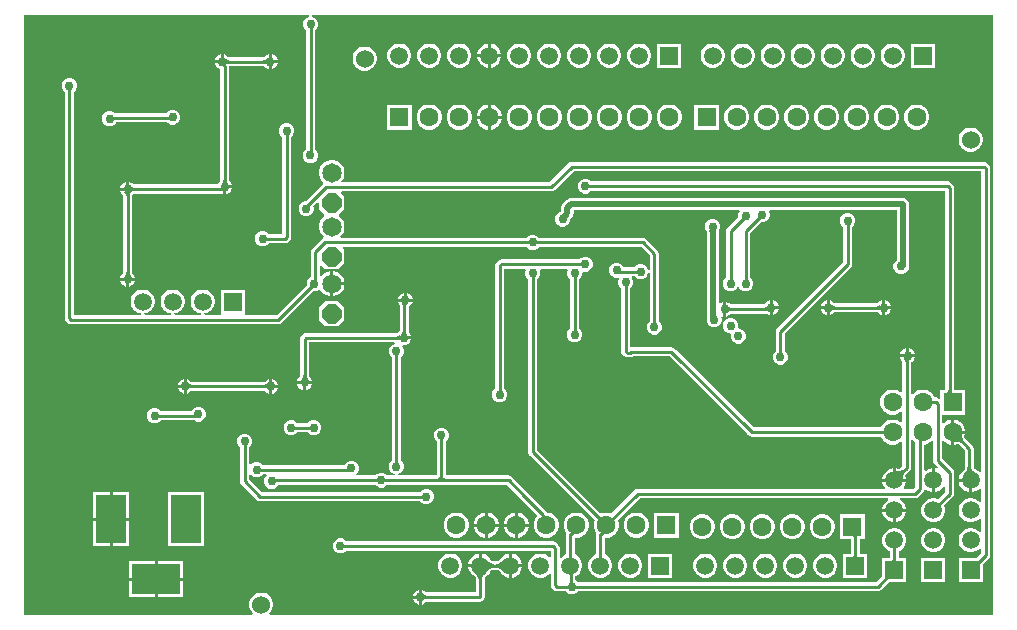
<source format=gbl>
G04*
G04 #@! TF.GenerationSoftware,Altium Limited,Altium Designer,21.2.1 (34)*
G04*
G04 Layer_Physical_Order=2*
G04 Layer_Color=16711680*
%FSLAX43Y43*%
%MOMM*%
G71*
G04*
G04 #@! TF.SameCoordinates,427E456E-B420-4228-82AE-AA47295AEFF1*
G04*
G04*
G04 #@! TF.FilePolarity,Positive*
G04*
G01*
G75*
%ADD12C,0.508*%
%ADD20C,0.254*%
%ADD72R,4.064X2.540*%
%ADD73R,2.540X4.064*%
%ADD74R,1.600X1.600*%
%ADD75C,1.600*%
%ADD76R,1.520X1.520*%
%ADD77C,1.520*%
%ADD78P,1.787X8X112.5*%
%ADD79C,1.651*%
%ADD80R,1.520X1.520*%
%ADD81C,1.524*%
%ADD82C,0.762*%
G36*
X173856Y94015D02*
Y44314D01*
Y43949D01*
X112622D01*
X112569Y44076D01*
X112700Y44207D01*
X112834Y44439D01*
X112903Y44697D01*
Y44965D01*
X112834Y45223D01*
X112700Y45455D01*
X112511Y45644D01*
X112279Y45778D01*
X112021Y45847D01*
X111753D01*
X111495Y45778D01*
X111263Y45644D01*
X111074Y45455D01*
X110940Y45223D01*
X110871Y44965D01*
Y44697D01*
X110940Y44439D01*
X111074Y44207D01*
X111205Y44076D01*
X111152Y43949D01*
X91828D01*
Y45466D01*
Y92710D01*
Y94735D01*
X115934D01*
X115952Y94615D01*
X115718Y94518D01*
X115540Y94340D01*
X115443Y94106D01*
Y93854D01*
X115540Y93620D01*
X115683Y93477D01*
Y83374D01*
X115526Y83217D01*
X115429Y82984D01*
Y82731D01*
X115526Y82497D01*
X115705Y82319D01*
X115938Y82222D01*
X116191D01*
X116424Y82319D01*
X116603Y82497D01*
X116699Y82731D01*
Y82984D01*
X116603Y83217D01*
X116460Y83360D01*
Y93464D01*
X116616Y93620D01*
X116713Y93854D01*
Y94106D01*
X116616Y94340D01*
X116438Y94518D01*
X116204Y94615D01*
X116222Y94735D01*
X173856D01*
Y94015D01*
D02*
G37*
%LPC*%
G36*
X131324Y92327D02*
X131318D01*
Y91440D01*
X132205D01*
Y91446D01*
X132136Y91704D01*
X132002Y91936D01*
X131814Y92124D01*
X131582Y92258D01*
X131324Y92327D01*
D02*
G37*
G36*
X131064D02*
X131058D01*
X130800Y92258D01*
X130568Y92124D01*
X130380Y91936D01*
X130246Y91704D01*
X130177Y91446D01*
Y91440D01*
X131064D01*
Y92327D01*
D02*
G37*
G36*
X112522Y91440D02*
X112289Y91343D01*
X112139Y91193D01*
X109095D01*
X108945Y91343D01*
X108712Y91440D01*
Y90805D01*
X108585D01*
Y90678D01*
X107950D01*
X108047Y90445D01*
X108225Y90267D01*
X108429Y90182D01*
Y80730D01*
X108279Y80580D01*
X108204Y80398D01*
X101094D01*
X100944Y80548D01*
X100711Y80645D01*
Y80010D01*
X100584D01*
Y79883D01*
X99949D01*
X100046Y79650D01*
X100196Y79500D01*
Y72900D01*
X100046Y72750D01*
X99949Y72517D01*
X101219D01*
X101122Y72750D01*
X100972Y72900D01*
Y79500D01*
X101094Y79622D01*
X108469D01*
X108560Y79640D01*
X108690Y79586D01*
Y80221D01*
X108817D01*
Y80348D01*
X109452D01*
X109356Y80580D01*
X109206Y80730D01*
Y90417D01*
X112139D01*
X112289Y90267D01*
X112522Y90170D01*
Y90805D01*
Y91440D01*
D02*
G37*
G36*
X112776D02*
Y90932D01*
X113284D01*
X113187Y91165D01*
X113009Y91343D01*
X112776Y91440D01*
D02*
G37*
G36*
X108458D02*
X108225Y91343D01*
X108047Y91165D01*
X107950Y90932D01*
X108458D01*
Y91440D01*
D02*
G37*
G36*
X168904Y92327D02*
X166876D01*
Y90299D01*
X168904D01*
Y92327D01*
D02*
G37*
G36*
X165484D02*
X165217D01*
X164959Y92258D01*
X164728Y92124D01*
X164539Y91936D01*
X164405Y91704D01*
X164336Y91446D01*
Y91180D01*
X164405Y90922D01*
X164539Y90690D01*
X164728Y90502D01*
X164959Y90368D01*
X165217Y90299D01*
X165484D01*
X165742Y90368D01*
X165973Y90502D01*
X166162Y90690D01*
X166295Y90922D01*
X166364Y91180D01*
Y91446D01*
X166295Y91704D01*
X166162Y91936D01*
X165973Y92124D01*
X165742Y92258D01*
X165484Y92327D01*
D02*
G37*
G36*
X162944D02*
X162677D01*
X162419Y92258D01*
X162188Y92124D01*
X161999Y91936D01*
X161865Y91704D01*
X161796Y91446D01*
Y91180D01*
X161865Y90922D01*
X161999Y90690D01*
X162188Y90502D01*
X162419Y90368D01*
X162677Y90299D01*
X162944D01*
X163202Y90368D01*
X163433Y90502D01*
X163622Y90690D01*
X163755Y90922D01*
X163824Y91180D01*
Y91446D01*
X163755Y91704D01*
X163622Y91936D01*
X163433Y92124D01*
X163202Y92258D01*
X162944Y92327D01*
D02*
G37*
G36*
X160404D02*
X160137D01*
X159879Y92258D01*
X159648Y92124D01*
X159459Y91936D01*
X159325Y91704D01*
X159256Y91446D01*
Y91180D01*
X159325Y90922D01*
X159459Y90690D01*
X159648Y90502D01*
X159879Y90368D01*
X160137Y90299D01*
X160404D01*
X160662Y90368D01*
X160893Y90502D01*
X161082Y90690D01*
X161215Y90922D01*
X161284Y91180D01*
Y91446D01*
X161215Y91704D01*
X161082Y91936D01*
X160893Y92124D01*
X160662Y92258D01*
X160404Y92327D01*
D02*
G37*
G36*
X157864D02*
X157597D01*
X157339Y92258D01*
X157108Y92124D01*
X156919Y91936D01*
X156785Y91704D01*
X156716Y91446D01*
Y91180D01*
X156785Y90922D01*
X156919Y90690D01*
X157108Y90502D01*
X157339Y90368D01*
X157597Y90299D01*
X157864D01*
X158122Y90368D01*
X158353Y90502D01*
X158542Y90690D01*
X158675Y90922D01*
X158744Y91180D01*
Y91446D01*
X158675Y91704D01*
X158542Y91936D01*
X158353Y92124D01*
X158122Y92258D01*
X157864Y92327D01*
D02*
G37*
G36*
X155324D02*
X155057D01*
X154799Y92258D01*
X154568Y92124D01*
X154379Y91936D01*
X154245Y91704D01*
X154176Y91446D01*
Y91180D01*
X154245Y90922D01*
X154379Y90690D01*
X154568Y90502D01*
X154799Y90368D01*
X155057Y90299D01*
X155324D01*
X155582Y90368D01*
X155813Y90502D01*
X156002Y90690D01*
X156135Y90922D01*
X156204Y91180D01*
Y91446D01*
X156135Y91704D01*
X156002Y91936D01*
X155813Y92124D01*
X155582Y92258D01*
X155324Y92327D01*
D02*
G37*
G36*
X152784D02*
X152517D01*
X152259Y92258D01*
X152028Y92124D01*
X151839Y91936D01*
X151705Y91704D01*
X151636Y91446D01*
Y91180D01*
X151705Y90922D01*
X151839Y90690D01*
X152028Y90502D01*
X152259Y90368D01*
X152517Y90299D01*
X152784D01*
X153042Y90368D01*
X153273Y90502D01*
X153462Y90690D01*
X153595Y90922D01*
X153664Y91180D01*
Y91446D01*
X153595Y91704D01*
X153462Y91936D01*
X153273Y92124D01*
X153042Y92258D01*
X152784Y92327D01*
D02*
G37*
G36*
X150244D02*
X149977D01*
X149719Y92258D01*
X149488Y92124D01*
X149299Y91936D01*
X149165Y91704D01*
X149096Y91446D01*
Y91180D01*
X149165Y90922D01*
X149299Y90690D01*
X149488Y90502D01*
X149719Y90368D01*
X149977Y90299D01*
X150244D01*
X150502Y90368D01*
X150733Y90502D01*
X150922Y90690D01*
X151055Y90922D01*
X151124Y91180D01*
Y91446D01*
X151055Y91704D01*
X150922Y91936D01*
X150733Y92124D01*
X150502Y92258D01*
X150244Y92327D01*
D02*
G37*
G36*
X147445D02*
X145417D01*
Y90299D01*
X147445D01*
Y92327D01*
D02*
G37*
G36*
X144024D02*
X143758D01*
X143500Y92258D01*
X143268Y92124D01*
X143080Y91936D01*
X142946Y91704D01*
X142877Y91446D01*
Y91180D01*
X142946Y90922D01*
X143080Y90690D01*
X143268Y90502D01*
X143500Y90368D01*
X143758Y90299D01*
X144024D01*
X144282Y90368D01*
X144514Y90502D01*
X144702Y90690D01*
X144836Y90922D01*
X144905Y91180D01*
Y91446D01*
X144836Y91704D01*
X144702Y91936D01*
X144514Y92124D01*
X144282Y92258D01*
X144024Y92327D01*
D02*
G37*
G36*
X141484D02*
X141218D01*
X140960Y92258D01*
X140728Y92124D01*
X140540Y91936D01*
X140406Y91704D01*
X140337Y91446D01*
Y91180D01*
X140406Y90922D01*
X140540Y90690D01*
X140728Y90502D01*
X140960Y90368D01*
X141218Y90299D01*
X141484D01*
X141742Y90368D01*
X141974Y90502D01*
X142162Y90690D01*
X142296Y90922D01*
X142365Y91180D01*
Y91446D01*
X142296Y91704D01*
X142162Y91936D01*
X141974Y92124D01*
X141742Y92258D01*
X141484Y92327D01*
D02*
G37*
G36*
X138944D02*
X138678D01*
X138420Y92258D01*
X138188Y92124D01*
X138000Y91936D01*
X137866Y91704D01*
X137797Y91446D01*
Y91180D01*
X137866Y90922D01*
X138000Y90690D01*
X138188Y90502D01*
X138420Y90368D01*
X138678Y90299D01*
X138944D01*
X139202Y90368D01*
X139434Y90502D01*
X139622Y90690D01*
X139756Y90922D01*
X139825Y91180D01*
Y91446D01*
X139756Y91704D01*
X139622Y91936D01*
X139434Y92124D01*
X139202Y92258D01*
X138944Y92327D01*
D02*
G37*
G36*
X136404D02*
X136138D01*
X135880Y92258D01*
X135648Y92124D01*
X135460Y91936D01*
X135326Y91704D01*
X135257Y91446D01*
Y91180D01*
X135326Y90922D01*
X135460Y90690D01*
X135648Y90502D01*
X135880Y90368D01*
X136138Y90299D01*
X136404D01*
X136662Y90368D01*
X136894Y90502D01*
X137082Y90690D01*
X137216Y90922D01*
X137285Y91180D01*
Y91446D01*
X137216Y91704D01*
X137082Y91936D01*
X136894Y92124D01*
X136662Y92258D01*
X136404Y92327D01*
D02*
G37*
G36*
X133864D02*
X133598D01*
X133340Y92258D01*
X133108Y92124D01*
X132920Y91936D01*
X132786Y91704D01*
X132717Y91446D01*
Y91180D01*
X132786Y90922D01*
X132920Y90690D01*
X133108Y90502D01*
X133340Y90368D01*
X133598Y90299D01*
X133864D01*
X134122Y90368D01*
X134354Y90502D01*
X134542Y90690D01*
X134676Y90922D01*
X134745Y91180D01*
Y91446D01*
X134676Y91704D01*
X134542Y91936D01*
X134354Y92124D01*
X134122Y92258D01*
X133864Y92327D01*
D02*
G37*
G36*
X132205Y91186D02*
X131318D01*
Y90299D01*
X131324D01*
X131582Y90368D01*
X131814Y90502D01*
X132002Y90690D01*
X132136Y90922D01*
X132205Y91180D01*
Y91186D01*
D02*
G37*
G36*
X131064D02*
X130177D01*
Y91180D01*
X130246Y90922D01*
X130380Y90690D01*
X130568Y90502D01*
X130800Y90368D01*
X131058Y90299D01*
X131064D01*
Y91186D01*
D02*
G37*
G36*
X128784Y92327D02*
X128518D01*
X128260Y92258D01*
X128028Y92124D01*
X127840Y91936D01*
X127706Y91704D01*
X127637Y91446D01*
Y91180D01*
X127706Y90922D01*
X127840Y90690D01*
X128028Y90502D01*
X128260Y90368D01*
X128518Y90299D01*
X128784D01*
X129042Y90368D01*
X129274Y90502D01*
X129462Y90690D01*
X129596Y90922D01*
X129665Y91180D01*
Y91446D01*
X129596Y91704D01*
X129462Y91936D01*
X129274Y92124D01*
X129042Y92258D01*
X128784Y92327D01*
D02*
G37*
G36*
X126244D02*
X125978D01*
X125720Y92258D01*
X125488Y92124D01*
X125300Y91936D01*
X125166Y91704D01*
X125097Y91446D01*
Y91180D01*
X125166Y90922D01*
X125300Y90690D01*
X125488Y90502D01*
X125720Y90368D01*
X125978Y90299D01*
X126244D01*
X126502Y90368D01*
X126734Y90502D01*
X126922Y90690D01*
X127056Y90922D01*
X127125Y91180D01*
Y91446D01*
X127056Y91704D01*
X126922Y91936D01*
X126734Y92124D01*
X126502Y92258D01*
X126244Y92327D01*
D02*
G37*
G36*
X123704D02*
X123438D01*
X123180Y92258D01*
X122948Y92124D01*
X122760Y91936D01*
X122626Y91704D01*
X122557Y91446D01*
Y91180D01*
X122626Y90922D01*
X122760Y90690D01*
X122948Y90502D01*
X123180Y90368D01*
X123438Y90299D01*
X123704D01*
X123962Y90368D01*
X124194Y90502D01*
X124382Y90690D01*
X124516Y90922D01*
X124585Y91180D01*
Y91446D01*
X124516Y91704D01*
X124382Y91936D01*
X124194Y92124D01*
X123962Y92258D01*
X123704Y92327D01*
D02*
G37*
G36*
X113284Y90678D02*
X112776D01*
Y90170D01*
X113009Y90267D01*
X113187Y90445D01*
X113284Y90678D01*
D02*
G37*
G36*
X120784Y92075D02*
X120516D01*
X120258Y92006D01*
X120026Y91872D01*
X119837Y91683D01*
X119703Y91451D01*
X119634Y91193D01*
Y90925D01*
X119703Y90667D01*
X119837Y90435D01*
X120026Y90246D01*
X120258Y90112D01*
X120516Y90043D01*
X120784D01*
X121042Y90112D01*
X121274Y90246D01*
X121463Y90435D01*
X121597Y90667D01*
X121666Y90925D01*
Y91193D01*
X121597Y91451D01*
X121463Y91683D01*
X121274Y91872D01*
X121042Y92006D01*
X120784Y92075D01*
D02*
G37*
G36*
X104520Y86741D02*
X104268D01*
X104034Y86644D01*
X103856Y86466D01*
X103841Y86431D01*
X99506D01*
X99420Y86517D01*
X99186Y86614D01*
X98934D01*
X98700Y86517D01*
X98522Y86339D01*
X98425Y86105D01*
Y85853D01*
X98522Y85619D01*
X98700Y85441D01*
X98934Y85344D01*
X99186D01*
X99420Y85441D01*
X99598Y85619D01*
X99613Y85654D01*
X103948D01*
X104034Y85568D01*
X104268Y85471D01*
X104520D01*
X104754Y85568D01*
X104932Y85746D01*
X105029Y85980D01*
Y86232D01*
X104932Y86466D01*
X104754Y86644D01*
X104520Y86741D01*
D02*
G37*
G36*
X131326Y87160D02*
X131314D01*
Y86233D01*
X132241D01*
Y86245D01*
X132169Y86513D01*
X132030Y86753D01*
X131834Y86949D01*
X131594Y87088D01*
X131326Y87160D01*
D02*
G37*
G36*
X131060D02*
X131048D01*
X130780Y87088D01*
X130540Y86949D01*
X130343Y86753D01*
X130205Y86513D01*
X130133Y86245D01*
Y86233D01*
X131060D01*
Y87160D01*
D02*
G37*
G36*
X167525D02*
X167247D01*
X166979Y87088D01*
X166739Y86949D01*
X166543Y86753D01*
X166404Y86513D01*
X166332Y86245D01*
Y85967D01*
X166404Y85699D01*
X166543Y85459D01*
X166739Y85263D01*
X166979Y85124D01*
X167247Y85052D01*
X167525D01*
X167793Y85124D01*
X168033Y85263D01*
X168229Y85459D01*
X168368Y85699D01*
X168440Y85967D01*
Y86245D01*
X168368Y86513D01*
X168229Y86753D01*
X168033Y86949D01*
X167793Y87088D01*
X167525Y87160D01*
D02*
G37*
G36*
X164985D02*
X164707D01*
X164439Y87088D01*
X164199Y86949D01*
X164003Y86753D01*
X163864Y86513D01*
X163792Y86245D01*
Y85967D01*
X163864Y85699D01*
X164003Y85459D01*
X164199Y85263D01*
X164439Y85124D01*
X164707Y85052D01*
X164985D01*
X165253Y85124D01*
X165493Y85263D01*
X165689Y85459D01*
X165828Y85699D01*
X165900Y85967D01*
Y86245D01*
X165828Y86513D01*
X165689Y86753D01*
X165493Y86949D01*
X165253Y87088D01*
X164985Y87160D01*
D02*
G37*
G36*
X162445D02*
X162167D01*
X161899Y87088D01*
X161659Y86949D01*
X161463Y86753D01*
X161324Y86513D01*
X161252Y86245D01*
Y85967D01*
X161324Y85699D01*
X161463Y85459D01*
X161659Y85263D01*
X161899Y85124D01*
X162167Y85052D01*
X162445D01*
X162713Y85124D01*
X162953Y85263D01*
X163149Y85459D01*
X163288Y85699D01*
X163360Y85967D01*
Y86245D01*
X163288Y86513D01*
X163149Y86753D01*
X162953Y86949D01*
X162713Y87088D01*
X162445Y87160D01*
D02*
G37*
G36*
X159905D02*
X159627D01*
X159359Y87088D01*
X159119Y86949D01*
X158923Y86753D01*
X158784Y86513D01*
X158712Y86245D01*
Y85967D01*
X158784Y85699D01*
X158923Y85459D01*
X159119Y85263D01*
X159359Y85124D01*
X159627Y85052D01*
X159905D01*
X160173Y85124D01*
X160413Y85263D01*
X160609Y85459D01*
X160748Y85699D01*
X160820Y85967D01*
Y86245D01*
X160748Y86513D01*
X160609Y86753D01*
X160413Y86949D01*
X160173Y87088D01*
X159905Y87160D01*
D02*
G37*
G36*
X157365D02*
X157087D01*
X156819Y87088D01*
X156579Y86949D01*
X156383Y86753D01*
X156244Y86513D01*
X156172Y86245D01*
Y85967D01*
X156244Y85699D01*
X156383Y85459D01*
X156579Y85263D01*
X156819Y85124D01*
X157087Y85052D01*
X157365D01*
X157633Y85124D01*
X157873Y85263D01*
X158069Y85459D01*
X158208Y85699D01*
X158280Y85967D01*
Y86245D01*
X158208Y86513D01*
X158069Y86753D01*
X157873Y86949D01*
X157633Y87088D01*
X157365Y87160D01*
D02*
G37*
G36*
X154825D02*
X154547D01*
X154279Y87088D01*
X154039Y86949D01*
X153843Y86753D01*
X153704Y86513D01*
X153632Y86245D01*
Y85967D01*
X153704Y85699D01*
X153843Y85459D01*
X154039Y85263D01*
X154279Y85124D01*
X154547Y85052D01*
X154825D01*
X155093Y85124D01*
X155333Y85263D01*
X155529Y85459D01*
X155668Y85699D01*
X155740Y85967D01*
Y86245D01*
X155668Y86513D01*
X155529Y86753D01*
X155333Y86949D01*
X155093Y87088D01*
X154825Y87160D01*
D02*
G37*
G36*
X152285D02*
X152007D01*
X151739Y87088D01*
X151499Y86949D01*
X151303Y86753D01*
X151164Y86513D01*
X151092Y86245D01*
Y85967D01*
X151164Y85699D01*
X151303Y85459D01*
X151499Y85263D01*
X151739Y85124D01*
X152007Y85052D01*
X152285D01*
X152553Y85124D01*
X152793Y85263D01*
X152989Y85459D01*
X153128Y85699D01*
X153200Y85967D01*
Y86245D01*
X153128Y86513D01*
X152989Y86753D01*
X152793Y86949D01*
X152553Y87088D01*
X152285Y87160D01*
D02*
G37*
G36*
X150660D02*
X148552D01*
Y85052D01*
X150660D01*
Y87160D01*
D02*
G37*
G36*
X146566D02*
X146288D01*
X146020Y87088D01*
X145780Y86949D01*
X145583Y86753D01*
X145445Y86513D01*
X145373Y86245D01*
Y85967D01*
X145445Y85699D01*
X145583Y85459D01*
X145780Y85263D01*
X146020Y85124D01*
X146288Y85052D01*
X146566D01*
X146834Y85124D01*
X147074Y85263D01*
X147270Y85459D01*
X147409Y85699D01*
X147481Y85967D01*
Y86245D01*
X147409Y86513D01*
X147270Y86753D01*
X147074Y86949D01*
X146834Y87088D01*
X146566Y87160D01*
D02*
G37*
G36*
X144026D02*
X143748D01*
X143480Y87088D01*
X143240Y86949D01*
X143043Y86753D01*
X142905Y86513D01*
X142833Y86245D01*
Y85967D01*
X142905Y85699D01*
X143043Y85459D01*
X143240Y85263D01*
X143480Y85124D01*
X143748Y85052D01*
X144026D01*
X144294Y85124D01*
X144534Y85263D01*
X144730Y85459D01*
X144869Y85699D01*
X144941Y85967D01*
Y86245D01*
X144869Y86513D01*
X144730Y86753D01*
X144534Y86949D01*
X144294Y87088D01*
X144026Y87160D01*
D02*
G37*
G36*
X141486D02*
X141208D01*
X140940Y87088D01*
X140700Y86949D01*
X140503Y86753D01*
X140365Y86513D01*
X140293Y86245D01*
Y85967D01*
X140365Y85699D01*
X140503Y85459D01*
X140700Y85263D01*
X140940Y85124D01*
X141208Y85052D01*
X141486D01*
X141754Y85124D01*
X141994Y85263D01*
X142190Y85459D01*
X142329Y85699D01*
X142401Y85967D01*
Y86245D01*
X142329Y86513D01*
X142190Y86753D01*
X141994Y86949D01*
X141754Y87088D01*
X141486Y87160D01*
D02*
G37*
G36*
X138946D02*
X138668D01*
X138400Y87088D01*
X138160Y86949D01*
X137963Y86753D01*
X137825Y86513D01*
X137753Y86245D01*
Y85967D01*
X137825Y85699D01*
X137963Y85459D01*
X138160Y85263D01*
X138400Y85124D01*
X138668Y85052D01*
X138946D01*
X139214Y85124D01*
X139454Y85263D01*
X139650Y85459D01*
X139789Y85699D01*
X139861Y85967D01*
Y86245D01*
X139789Y86513D01*
X139650Y86753D01*
X139454Y86949D01*
X139214Y87088D01*
X138946Y87160D01*
D02*
G37*
G36*
X136406D02*
X136128D01*
X135860Y87088D01*
X135620Y86949D01*
X135423Y86753D01*
X135285Y86513D01*
X135213Y86245D01*
Y85967D01*
X135285Y85699D01*
X135423Y85459D01*
X135620Y85263D01*
X135860Y85124D01*
X136128Y85052D01*
X136406D01*
X136674Y85124D01*
X136914Y85263D01*
X137110Y85459D01*
X137249Y85699D01*
X137321Y85967D01*
Y86245D01*
X137249Y86513D01*
X137110Y86753D01*
X136914Y86949D01*
X136674Y87088D01*
X136406Y87160D01*
D02*
G37*
G36*
X133866D02*
X133588D01*
X133320Y87088D01*
X133080Y86949D01*
X132883Y86753D01*
X132745Y86513D01*
X132673Y86245D01*
Y85967D01*
X132745Y85699D01*
X132883Y85459D01*
X133080Y85263D01*
X133320Y85124D01*
X133588Y85052D01*
X133866D01*
X134134Y85124D01*
X134374Y85263D01*
X134570Y85459D01*
X134709Y85699D01*
X134781Y85967D01*
Y86245D01*
X134709Y86513D01*
X134570Y86753D01*
X134374Y86949D01*
X134134Y87088D01*
X133866Y87160D01*
D02*
G37*
G36*
X132241Y85979D02*
X131314D01*
Y85052D01*
X131326D01*
X131594Y85124D01*
X131834Y85263D01*
X132030Y85459D01*
X132169Y85699D01*
X132241Y85967D01*
Y85979D01*
D02*
G37*
G36*
X131060D02*
X130133D01*
Y85967D01*
X130205Y85699D01*
X130343Y85459D01*
X130540Y85263D01*
X130780Y85124D01*
X131048Y85052D01*
X131060D01*
Y85979D01*
D02*
G37*
G36*
X128786Y87160D02*
X128508D01*
X128240Y87088D01*
X128000Y86949D01*
X127803Y86753D01*
X127665Y86513D01*
X127593Y86245D01*
Y85967D01*
X127665Y85699D01*
X127803Y85459D01*
X128000Y85263D01*
X128240Y85124D01*
X128508Y85052D01*
X128786D01*
X129054Y85124D01*
X129294Y85263D01*
X129490Y85459D01*
X129629Y85699D01*
X129701Y85967D01*
Y86245D01*
X129629Y86513D01*
X129490Y86753D01*
X129294Y86949D01*
X129054Y87088D01*
X128786Y87160D01*
D02*
G37*
G36*
X126246D02*
X125968D01*
X125700Y87088D01*
X125460Y86949D01*
X125263Y86753D01*
X125125Y86513D01*
X125053Y86245D01*
Y85967D01*
X125125Y85699D01*
X125263Y85459D01*
X125460Y85263D01*
X125700Y85124D01*
X125968Y85052D01*
X126246D01*
X126514Y85124D01*
X126754Y85263D01*
X126950Y85459D01*
X127089Y85699D01*
X127161Y85967D01*
Y86245D01*
X127089Y86513D01*
X126950Y86753D01*
X126754Y86949D01*
X126514Y87088D01*
X126246Y87160D01*
D02*
G37*
G36*
X124621D02*
X122513D01*
Y85052D01*
X124621D01*
Y87160D01*
D02*
G37*
G36*
X172092Y85217D02*
X171824D01*
X171566Y85148D01*
X171334Y85014D01*
X171145Y84825D01*
X171011Y84593D01*
X170942Y84335D01*
Y84067D01*
X171011Y83809D01*
X171145Y83577D01*
X171334Y83388D01*
X171566Y83254D01*
X171824Y83185D01*
X172092D01*
X172350Y83254D01*
X172582Y83388D01*
X172771Y83577D01*
X172905Y83809D01*
X172974Y84067D01*
Y84335D01*
X172905Y84593D01*
X172771Y84825D01*
X172582Y85014D01*
X172350Y85148D01*
X172092Y85217D01*
D02*
G37*
G36*
X100457Y80645D02*
X100224Y80548D01*
X100046Y80370D01*
X99949Y80137D01*
X100457D01*
Y80645D01*
D02*
G37*
G36*
X109452Y80094D02*
X108944D01*
Y79586D01*
X109177Y79682D01*
X109356Y79861D01*
X109452Y80094D01*
D02*
G37*
G36*
X114172Y85578D02*
X113920D01*
X113686Y85481D01*
X113508Y85303D01*
X113411Y85069D01*
Y84817D01*
X113508Y84583D01*
X113658Y84433D01*
Y76207D01*
X112524D01*
X112374Y76357D01*
X112140Y76454D01*
X111888D01*
X111654Y76357D01*
X111476Y76179D01*
X111379Y75945D01*
Y75693D01*
X111476Y75459D01*
X111654Y75281D01*
X111888Y75184D01*
X112140D01*
X112374Y75281D01*
X112524Y75431D01*
X113897D01*
X114046Y75460D01*
X114172Y75544D01*
X114321Y75693D01*
X114405Y75819D01*
X114434Y75968D01*
Y84433D01*
X114584Y84583D01*
X114681Y84817D01*
Y85069D01*
X114584Y85303D01*
X114406Y85481D01*
X114172Y85578D01*
D02*
G37*
G36*
X166243Y79258D02*
X138120D01*
X137921Y79219D01*
X137753Y79106D01*
X137456Y78808D01*
X137343Y78640D01*
X137304Y78442D01*
Y78161D01*
X137220Y78077D01*
X137054Y78008D01*
X136876Y77830D01*
X136779Y77596D01*
Y77344D01*
X136876Y77110D01*
X137054Y76932D01*
X137288Y76835D01*
X137540D01*
X137774Y76932D01*
X137952Y77110D01*
X138049Y77344D01*
Y77441D01*
X138188Y77580D01*
X138300Y77748D01*
X138340Y77947D01*
Y78222D01*
X152342D01*
X152391Y78105D01*
X152370Y78084D01*
X152273Y77850D01*
Y77638D01*
X151363Y76729D01*
X151279Y76603D01*
X151250Y76454D01*
Y72519D01*
X151100Y72369D01*
X151003Y72135D01*
Y71883D01*
X151100Y71649D01*
X151278Y71471D01*
X151512Y71374D01*
X151764D01*
X151998Y71471D01*
X152176Y71649D01*
X152210Y71729D01*
X152337D01*
X152370Y71649D01*
X152548Y71471D01*
X152782Y71374D01*
X153034D01*
X153268Y71471D01*
X153446Y71649D01*
X153543Y71883D01*
Y72135D01*
X153446Y72369D01*
X153296Y72519D01*
Y76293D01*
X154219Y77216D01*
X154431D01*
X154665Y77313D01*
X154843Y77491D01*
X154940Y77725D01*
Y77977D01*
X154891Y78095D01*
X154976Y78222D01*
X165725D01*
Y74023D01*
X165695Y74010D01*
X165517Y73832D01*
X165420Y73598D01*
Y73346D01*
X165517Y73112D01*
X165695Y72934D01*
X165929Y72837D01*
X166182D01*
X166415Y72934D01*
X166542Y73061D01*
X166609Y73106D01*
X166722Y73274D01*
X166761Y73472D01*
Y78740D01*
X166722Y78938D01*
X166609Y79106D01*
X166441Y79219D01*
X166243Y79258D01*
D02*
G37*
G36*
X117998Y73089D02*
X117983D01*
Y72136D01*
X118936D01*
Y72151D01*
X118862Y72426D01*
X118720Y72672D01*
X118519Y72873D01*
X118273Y73015D01*
X117998Y73089D01*
D02*
G37*
G36*
X101219Y72263D02*
X100711D01*
Y71755D01*
X100944Y71852D01*
X101122Y72030D01*
X101219Y72263D01*
D02*
G37*
G36*
X100457D02*
X99949D01*
X100046Y72030D01*
X100224Y71852D01*
X100457Y71755D01*
Y72263D01*
D02*
G37*
G36*
X118936Y71882D02*
X117983D01*
Y70929D01*
X117998D01*
X118273Y71003D01*
X118519Y71145D01*
X118720Y71346D01*
X118862Y71592D01*
X118936Y71867D01*
Y71882D01*
D02*
G37*
G36*
X124206Y71247D02*
Y70739D01*
X124714D01*
X124617Y70972D01*
X124439Y71150D01*
X124206Y71247D01*
D02*
G37*
G36*
X123952D02*
X123719Y71150D01*
X123541Y70972D01*
X123444Y70739D01*
X123952D01*
Y71247D01*
D02*
G37*
G36*
X164465Y70612D02*
X164232Y70515D01*
X164082Y70365D01*
X160403D01*
X160253Y70515D01*
X160020Y70612D01*
Y69977D01*
Y69342D01*
X160253Y69439D01*
X160403Y69589D01*
X164082D01*
X164232Y69439D01*
X164465Y69342D01*
Y69977D01*
Y70612D01*
D02*
G37*
G36*
X154940D02*
X154707Y70515D01*
X154529Y70337D01*
X154488Y70238D01*
X151640D01*
X151490Y70388D01*
X151257Y70485D01*
Y69850D01*
Y69215D01*
X151490Y69312D01*
X151640Y69462D01*
X154684D01*
X154707Y69439D01*
X154940Y69342D01*
Y69977D01*
Y70612D01*
D02*
G37*
G36*
X164719D02*
Y70104D01*
X165227D01*
X165130Y70337D01*
X164952Y70515D01*
X164719Y70612D01*
D02*
G37*
G36*
X159766D02*
X159533Y70515D01*
X159355Y70337D01*
X159258Y70104D01*
X159766D01*
Y70612D01*
D02*
G37*
G36*
X155194D02*
Y70104D01*
X155702D01*
X155605Y70337D01*
X155427Y70515D01*
X155194Y70612D01*
D02*
G37*
G36*
X165227Y69850D02*
X164719D01*
Y69342D01*
X164952Y69439D01*
X165130Y69617D01*
X165227Y69850D01*
D02*
G37*
G36*
X159766D02*
X159258D01*
X159355Y69617D01*
X159533Y69439D01*
X159766Y69342D01*
Y69850D01*
D02*
G37*
G36*
X155702D02*
X155194D01*
Y69342D01*
X155427Y69439D01*
X155605Y69617D01*
X155702Y69850D01*
D02*
G37*
G36*
X150240Y77470D02*
X149988D01*
X149754Y77373D01*
X149576Y77195D01*
X149479Y76961D01*
Y76709D01*
X149576Y76475D01*
X149596Y76455D01*
Y69157D01*
X149609Y69094D01*
X149606Y69087D01*
Y68835D01*
X149703Y68601D01*
X149881Y68423D01*
X150115Y68326D01*
X150367D01*
X150601Y68423D01*
X150779Y68601D01*
X150876Y68835D01*
Y69087D01*
X150849Y69152D01*
X150939Y69242D01*
X151003Y69215D01*
Y69850D01*
Y70485D01*
X150770Y70388D01*
X150749Y70367D01*
X150632Y70416D01*
Y76455D01*
X150652Y76475D01*
X150749Y76709D01*
Y76961D01*
X150652Y77195D01*
X150474Y77373D01*
X150240Y77470D01*
D02*
G37*
G36*
X118396Y70549D02*
X117316D01*
X116776Y70009D01*
Y68929D01*
X117316Y68390D01*
X118396D01*
X118936Y68929D01*
Y70009D01*
X118396Y70549D01*
D02*
G37*
G36*
X151764Y69088D02*
X151512D01*
X151278Y68991D01*
X151100Y68813D01*
X151003Y68579D01*
Y68327D01*
X151100Y68093D01*
X151278Y67915D01*
X151512Y67818D01*
X151577D01*
X151647Y67712D01*
X151638Y67690D01*
Y67438D01*
X151735Y67204D01*
X151913Y67026D01*
X152147Y66929D01*
X152399D01*
X152633Y67026D01*
X152811Y67204D01*
X152908Y67438D01*
Y67690D01*
X152811Y67924D01*
X152633Y68102D01*
X152399Y68199D01*
X152334D01*
X152264Y68305D01*
X152273Y68327D01*
Y68579D01*
X152176Y68813D01*
X151998Y68991D01*
X151764Y69088D01*
D02*
G37*
G36*
X166751Y66548D02*
Y66040D01*
X167259D01*
X167162Y66273D01*
X166984Y66451D01*
X166751Y66548D01*
D02*
G37*
G36*
X166497D02*
X166264Y66451D01*
X166086Y66273D01*
X165989Y66040D01*
X166497D01*
Y66548D01*
D02*
G37*
G36*
X161670Y77978D02*
X161418D01*
X161184Y77881D01*
X161006Y77703D01*
X160909Y77469D01*
Y77217D01*
X161006Y76983D01*
X161156Y76833D01*
Y73821D01*
X155554Y68220D01*
X155470Y68094D01*
X155441Y67945D01*
Y66296D01*
X155291Y66146D01*
X155194Y65912D01*
Y65660D01*
X155291Y65426D01*
X155469Y65248D01*
X155703Y65151D01*
X155955D01*
X156189Y65248D01*
X156367Y65426D01*
X156464Y65660D01*
Y65912D01*
X156367Y66146D01*
X156217Y66296D01*
Y67784D01*
X161819Y73385D01*
X161903Y73511D01*
X161932Y73660D01*
Y76833D01*
X162082Y76983D01*
X162179Y77217D01*
Y77469D01*
X162082Y77703D01*
X161904Y77881D01*
X161670Y77978D01*
D02*
G37*
G36*
X105327Y63964D02*
X105094Y63868D01*
X104915Y63689D01*
X104819Y63456D01*
X105327D01*
Y63964D01*
D02*
G37*
G36*
X112841Y63953D02*
Y63446D01*
X113348D01*
X113252Y63678D01*
X113073Y63857D01*
X112841Y63953D01*
D02*
G37*
G36*
X116210Y63520D02*
X115702D01*
Y63012D01*
X115935Y63108D01*
X116114Y63287D01*
X116210Y63520D01*
D02*
G37*
G36*
X115448D02*
X114940D01*
X115037Y63287D01*
X115215Y63108D01*
X115448Y63012D01*
Y63520D01*
D02*
G37*
G36*
X105327Y63202D02*
X104819D01*
X104915Y62970D01*
X105094Y62791D01*
X105327Y62695D01*
Y63202D01*
D02*
G37*
G36*
X113348Y63192D02*
X112841D01*
Y62684D01*
X113073Y62780D01*
X113252Y62959D01*
X113348Y63192D01*
D02*
G37*
G36*
X105581Y63964D02*
Y63329D01*
Y62695D01*
X105813Y62791D01*
X105963Y62941D01*
X112193D01*
X112354Y62780D01*
X112587Y62684D01*
Y63319D01*
Y63953D01*
X112354Y63857D01*
X112215Y63718D01*
X105963D01*
X105813Y63868D01*
X105581Y63964D01*
D02*
G37*
G36*
X106679Y61595D02*
X106427D01*
X106193Y61498D01*
X106015Y61320D01*
X105974Y61221D01*
X103380D01*
X103230Y61371D01*
X102996Y61468D01*
X102744D01*
X102510Y61371D01*
X102332Y61193D01*
X102235Y60959D01*
Y60707D01*
X102332Y60473D01*
X102510Y60295D01*
X102744Y60198D01*
X102996D01*
X103230Y60295D01*
X103380Y60445D01*
X106170D01*
X106193Y60422D01*
X106427Y60325D01*
X106679D01*
X106913Y60422D01*
X107091Y60600D01*
X107188Y60834D01*
Y61086D01*
X107091Y61320D01*
X106913Y61498D01*
X106679Y61595D01*
D02*
G37*
G36*
X116463Y60452D02*
X116211D01*
X115977Y60355D01*
X115828Y60205D01*
X114937D01*
X114787Y60355D01*
X114553Y60452D01*
X114301D01*
X114067Y60355D01*
X113889Y60177D01*
X113792Y59943D01*
Y59691D01*
X113889Y59457D01*
X114067Y59279D01*
X114301Y59182D01*
X114553D01*
X114787Y59279D01*
X114937Y59429D01*
X115828D01*
X115977Y59279D01*
X116211Y59182D01*
X116463D01*
X116697Y59279D01*
X116876Y59457D01*
X116972Y59691D01*
Y59943D01*
X116876Y60177D01*
X116697Y60355D01*
X116463Y60452D01*
D02*
G37*
G36*
X170573Y60490D02*
X170561D01*
Y59563D01*
X171488D01*
Y59575D01*
X171416Y59843D01*
X171277Y60083D01*
X171081Y60279D01*
X170841Y60418D01*
X170573Y60490D01*
D02*
G37*
G36*
X171115Y59309D02*
X170561D01*
Y58755D01*
X171115Y59309D01*
D02*
G37*
G36*
X95757Y89408D02*
X95505D01*
X95271Y89311D01*
X95093Y89133D01*
X94996Y88899D01*
Y88647D01*
X95093Y88413D01*
X95243Y88263D01*
Y69110D01*
X95272Y68961D01*
X95356Y68835D01*
X95505Y68686D01*
X95631Y68602D01*
X95780Y68573D01*
X113348D01*
X113496Y68602D01*
X113622Y68686D01*
X116310Y71374D01*
X116522D01*
X116755Y71471D01*
X116786Y71502D01*
X116912Y71485D01*
X116992Y71346D01*
X117193Y71145D01*
X117439Y71003D01*
X117714Y70929D01*
X117729D01*
Y72009D01*
Y73089D01*
X117714D01*
X117439Y73015D01*
X117193Y72873D01*
X116992Y72672D01*
X116987Y72664D01*
X116865Y72697D01*
Y73501D01*
X116982Y73550D01*
X117316Y73215D01*
X118396D01*
X118936Y73755D01*
Y74835D01*
X118775Y74996D01*
X118823Y75113D01*
X134364D01*
X134514Y74963D01*
X134748Y74867D01*
X135000D01*
X135234Y74963D01*
X135384Y75113D01*
X144048D01*
X144773Y74388D01*
Y73169D01*
X144653Y73151D01*
X144556Y73385D01*
X144378Y73563D01*
X144144Y73660D01*
X143892D01*
X143658Y73563D01*
X143508Y73413D01*
X142565D01*
X142524Y73512D01*
X142346Y73690D01*
X142112Y73787D01*
X141860D01*
X141626Y73690D01*
X141448Y73512D01*
X141351Y73278D01*
Y73026D01*
X141448Y72792D01*
X141626Y72614D01*
X141860Y72517D01*
X142081D01*
X142151Y72444D01*
X142172Y72404D01*
X142113Y72262D01*
Y72010D01*
X142210Y71776D01*
X142360Y71626D01*
Y66294D01*
X142389Y66145D01*
X142473Y66019D01*
X142622Y65871D01*
X142748Y65786D01*
X142897Y65757D01*
X143107D01*
X143256Y65786D01*
X143339Y65842D01*
X146461D01*
X153141Y59161D01*
X153267Y59077D01*
X153416Y59048D01*
X164367D01*
X164372Y59029D01*
X164511Y58789D01*
X164707Y58593D01*
X164947Y58454D01*
X165215Y58382D01*
X165493D01*
X165761Y58454D01*
X166001Y58593D01*
X166029Y58621D01*
X166147Y58572D01*
Y56587D01*
X165875Y56315D01*
X165872Y56317D01*
X165614Y56386D01*
X165608D01*
Y56133D01*
X165795Y56146D01*
X165882Y56158D01*
X165961Y56175D01*
X166033Y56195D01*
X166097Y56219D01*
X166153Y56247D01*
X166202Y56278D01*
X166243Y56314D01*
X166423Y56134D01*
X166387Y56093D01*
X166356Y56044D01*
X166328Y55988D01*
X166304Y55924D01*
X166284Y55852D01*
X166267Y55773D01*
X166255Y55686D01*
X166242Y55499D01*
X166495D01*
Y55505D01*
X166426Y55763D01*
X166424Y55766D01*
X166810Y56151D01*
X166894Y56277D01*
X166923Y56426D01*
Y58764D01*
X167046Y58797D01*
X167051Y58789D01*
X167247Y58593D01*
X167254Y58589D01*
Y54795D01*
X167076Y54617D01*
X166326D01*
X166278Y54735D01*
X166292Y54749D01*
X166426Y54981D01*
X166495Y55239D01*
Y55245D01*
X165481D01*
X164467D01*
Y55239D01*
X164536Y54981D01*
X164670Y54749D01*
X164684Y54735D01*
X164636Y54617D01*
X143764D01*
X143615Y54588D01*
X143489Y54504D01*
X141520Y52535D01*
X141504Y52544D01*
X141236Y52616D01*
X140958D01*
X140690Y52544D01*
X140674Y52535D01*
X135262Y57946D01*
Y72388D01*
X135412Y72538D01*
X135509Y72772D01*
Y73024D01*
X135459Y73145D01*
X135544Y73272D01*
X137760D01*
X137845Y73145D01*
X137795Y73024D01*
Y72772D01*
X137892Y72538D01*
X138042Y72388D01*
Y68201D01*
X137892Y68051D01*
X137795Y67817D01*
Y67565D01*
X137892Y67331D01*
X138070Y67153D01*
X138304Y67056D01*
X138556D01*
X138790Y67153D01*
X138968Y67331D01*
X139065Y67565D01*
Y67817D01*
X138968Y68051D01*
X138818Y68201D01*
Y72388D01*
X138968Y72538D01*
X139065Y72772D01*
Y72940D01*
X139192Y73025D01*
X139193Y73025D01*
X139445D01*
X139679Y73122D01*
X139857Y73300D01*
X139954Y73534D01*
Y73786D01*
X139857Y74020D01*
X139679Y74198D01*
X139445Y74295D01*
X139193D01*
X138959Y74198D01*
X138809Y74048D01*
X132229D01*
X132080Y74019D01*
X131954Y73935D01*
X131805Y73786D01*
X131721Y73660D01*
X131692Y73511D01*
Y63121D01*
X131542Y62971D01*
X131445Y62737D01*
Y62485D01*
X131542Y62251D01*
X131720Y62073D01*
X131954Y61976D01*
X132206D01*
X132440Y62073D01*
X132618Y62251D01*
X132715Y62485D01*
Y62737D01*
X132618Y62971D01*
X132468Y63121D01*
Y73272D01*
X134204D01*
X134289Y73145D01*
X134239Y73024D01*
Y72772D01*
X134336Y72538D01*
X134486Y72388D01*
Y57785D01*
X134515Y57636D01*
X134599Y57510D01*
X140124Y51985D01*
X140115Y51969D01*
X140043Y51701D01*
Y51423D01*
X140115Y51155D01*
X140254Y50915D01*
X140270Y50898D01*
X140230Y50838D01*
X140201Y50690D01*
Y49079D01*
X140198Y49078D01*
X139966Y48944D01*
X139778Y48756D01*
X139644Y48524D01*
X139575Y48266D01*
Y48000D01*
X139644Y47742D01*
X139778Y47510D01*
X139966Y47322D01*
X140198Y47188D01*
X140456Y47119D01*
X140722D01*
X140980Y47188D01*
X141212Y47322D01*
X141400Y47510D01*
X141534Y47742D01*
X141603Y48000D01*
Y48266D01*
X141534Y48524D01*
X141400Y48756D01*
X141212Y48944D01*
X140980Y49078D01*
X140977Y49079D01*
Y50508D01*
X141236D01*
X141504Y50580D01*
X141744Y50719D01*
X141940Y50915D01*
X142079Y51155D01*
X142151Y51423D01*
Y51701D01*
X142079Y51969D01*
X142070Y51985D01*
X143925Y53841D01*
X164946D01*
X164980Y53714D01*
X164858Y53643D01*
X164670Y53455D01*
X164536Y53223D01*
X164467Y52965D01*
Y52959D01*
X165481D01*
X166495D01*
Y52965D01*
X166426Y53223D01*
X166292Y53455D01*
X166104Y53643D01*
X165982Y53714D01*
X166016Y53841D01*
X167237D01*
X167386Y53870D01*
X167512Y53954D01*
X167917Y54359D01*
X168001Y54485D01*
X168010Y54531D01*
X168148Y54573D01*
X168160Y54561D01*
X168392Y54427D01*
X168650Y54358D01*
X168656D01*
Y55372D01*
Y56386D01*
X168650D01*
X168392Y56317D01*
X168160Y56183D01*
X168148Y56171D01*
X168030Y56219D01*
Y58382D01*
X168033D01*
X168301Y58454D01*
X168541Y58593D01*
X168649Y58700D01*
X168776Y58647D01*
Y57023D01*
X168805Y56874D01*
X168889Y56748D01*
X169195Y56443D01*
X169129Y56329D01*
X168916Y56386D01*
X168910D01*
Y55372D01*
Y54358D01*
X168916D01*
X169174Y54427D01*
X169406Y54561D01*
X169594Y54749D01*
X169665Y54871D01*
X169792Y54837D01*
Y54390D01*
X169177Y53775D01*
X169174Y53777D01*
X168916Y53846D01*
X168650D01*
X168392Y53777D01*
X168160Y53643D01*
X167972Y53455D01*
X167838Y53223D01*
X167769Y52965D01*
Y52699D01*
X167838Y52441D01*
X167972Y52209D01*
X168160Y52021D01*
X168392Y51887D01*
X168650Y51818D01*
X168916D01*
X169174Y51887D01*
X169406Y52021D01*
X169594Y52209D01*
X169728Y52441D01*
X169797Y52699D01*
Y52965D01*
X169728Y53223D01*
X169726Y53226D01*
X170455Y53954D01*
X170539Y54080D01*
X170568Y54229D01*
Y56007D01*
X170539Y56156D01*
X170455Y56282D01*
X169552Y57184D01*
Y58647D01*
X169679Y58700D01*
X169787Y58593D01*
X170027Y58454D01*
X170295Y58382D01*
X170307D01*
Y59436D01*
Y60490D01*
X170295D01*
X170027Y60418D01*
X169787Y60279D01*
X169679Y60172D01*
X169552Y60225D01*
Y60922D01*
X171488D01*
Y63030D01*
X170568D01*
Y80115D01*
X170539Y80264D01*
X170455Y80390D01*
X170306Y80539D01*
X170180Y80623D01*
X170031Y80652D01*
X139829D01*
X139679Y80802D01*
X139445Y80899D01*
X139193D01*
X138959Y80802D01*
X138781Y80624D01*
X138684Y80390D01*
Y80138D01*
X138781Y79904D01*
X138959Y79726D01*
X139193Y79629D01*
X139445D01*
X139679Y79726D01*
X139829Y79876D01*
X169792D01*
Y63030D01*
X169380D01*
Y62327D01*
X169253Y62275D01*
X169164Y62335D01*
X169015Y62364D01*
X168881D01*
X168876Y62383D01*
X168737Y62623D01*
X168541Y62819D01*
X168301Y62958D01*
X168033Y63030D01*
X167755D01*
X167487Y62958D01*
X167247Y62819D01*
X167051Y62623D01*
X167046Y62615D01*
X166923Y62648D01*
Y65350D01*
X166984Y65375D01*
X167162Y65553D01*
X167259Y65786D01*
X165989D01*
X166086Y65553D01*
X166147Y65492D01*
Y62840D01*
X166029Y62791D01*
X166001Y62819D01*
X165761Y62958D01*
X165493Y63030D01*
X165215D01*
X164947Y62958D01*
X164707Y62819D01*
X164511Y62623D01*
X164372Y62383D01*
X164300Y62115D01*
Y61837D01*
X164372Y61569D01*
X164511Y61329D01*
X164707Y61133D01*
X164947Y60994D01*
X165215Y60922D01*
X165493D01*
X165761Y60994D01*
X166001Y61133D01*
X166029Y61161D01*
X166147Y61112D01*
Y60300D01*
X166029Y60251D01*
X166001Y60279D01*
X165761Y60418D01*
X165493Y60490D01*
X165215D01*
X164947Y60418D01*
X164707Y60279D01*
X164511Y60083D01*
X164372Y59843D01*
X164367Y59824D01*
X153577D01*
X146896Y66505D01*
X146770Y66589D01*
X146622Y66619D01*
X143193D01*
X143136Y66665D01*
Y71626D01*
X143286Y71776D01*
X143383Y72010D01*
Y72262D01*
X143286Y72496D01*
X143263Y72519D01*
X143311Y72637D01*
X143508D01*
X143658Y72487D01*
X143892Y72390D01*
X144144D01*
X144378Y72487D01*
X144556Y72665D01*
X144653Y72899D01*
X144773Y72881D01*
Y68836D01*
X144623Y68686D01*
X144526Y68452D01*
Y68200D01*
X144623Y67966D01*
X144801Y67788D01*
X145035Y67691D01*
X145287D01*
X145521Y67788D01*
X145699Y67966D01*
X145796Y68200D01*
Y68452D01*
X145699Y68686D01*
X145549Y68836D01*
Y74549D01*
X145520Y74698D01*
X145436Y74824D01*
X144483Y75776D01*
X144357Y75860D01*
X144208Y75890D01*
X135384D01*
X135234Y76040D01*
X135000Y76136D01*
X134748D01*
X134514Y76040D01*
X134364Y75890D01*
X118617D01*
X118565Y76017D01*
X118720Y76172D01*
X118862Y76418D01*
X118936Y76693D01*
Y76977D01*
X118862Y77252D01*
X118720Y77498D01*
X118519Y77699D01*
X118498Y77711D01*
X118478Y77869D01*
X118936Y78327D01*
Y79407D01*
X118648Y79695D01*
X118696Y79812D01*
X136462D01*
X136610Y79842D01*
X136736Y79926D01*
X138337Y81527D01*
X172840D01*
Y56104D01*
X172713Y56051D01*
X172581Y56183D01*
X172349Y56317D01*
X172219Y56352D01*
Y58039D01*
X172190Y58188D01*
X172106Y58314D01*
X171407Y59013D01*
X171416Y59029D01*
X171488Y59297D01*
Y59309D01*
X171235D01*
X171248Y59101D01*
X171261Y59009D01*
X171278Y58925D01*
X171299Y58849D01*
X171323Y58781D01*
X171352Y58722D01*
X171385Y58671D01*
X171422Y58628D01*
X171242Y58448D01*
X171199Y58485D01*
X171148Y58518D01*
X171089Y58547D01*
X171021Y58571D01*
X170945Y58592D01*
X170861Y58609D01*
X170769Y58622D01*
X170561Y58635D01*
Y58382D01*
X170573D01*
X170841Y58454D01*
X170857Y58463D01*
X171443Y57878D01*
Y56245D01*
X171335Y56183D01*
X171147Y55995D01*
X171013Y55763D01*
X170944Y55505D01*
Y55499D01*
X171958D01*
Y55372D01*
X172085D01*
Y54358D01*
X172091D01*
X172349Y54427D01*
X172581Y54561D01*
X172713Y54693D01*
X172840Y54640D01*
Y53564D01*
X172713Y53511D01*
X172581Y53643D01*
X172349Y53777D01*
X172091Y53846D01*
X171825D01*
X171567Y53777D01*
X171335Y53643D01*
X171147Y53455D01*
X171013Y53223D01*
X170944Y52965D01*
Y52699D01*
X171013Y52441D01*
X171147Y52209D01*
X171335Y52021D01*
X171567Y51887D01*
X171825Y51818D01*
X172091D01*
X172349Y51887D01*
X172581Y52021D01*
X172713Y52153D01*
X172840Y52100D01*
Y51024D01*
X172713Y50971D01*
X172581Y51103D01*
X172349Y51237D01*
X172091Y51306D01*
X171825D01*
X171567Y51237D01*
X171335Y51103D01*
X171147Y50915D01*
X171013Y50683D01*
X170944Y50425D01*
Y50159D01*
X171013Y49901D01*
X171147Y49669D01*
X171335Y49481D01*
X171567Y49347D01*
X171825Y49278D01*
X172091D01*
X172349Y49347D01*
X172581Y49481D01*
X172713Y49613D01*
X172840Y49560D01*
Y49183D01*
X172423Y48766D01*
X170944D01*
Y46738D01*
X172972D01*
Y48217D01*
X173503Y48747D01*
X173587Y48873D01*
X173616Y49022D01*
Y81766D01*
X173587Y81915D01*
X173503Y82041D01*
X173354Y82190D01*
X173228Y82274D01*
X173079Y82303D01*
X138176D01*
X138027Y82274D01*
X137901Y82190D01*
X136301Y80589D01*
X118731D01*
X118682Y80706D01*
X118720Y80744D01*
X118862Y80990D01*
X118936Y81265D01*
Y81549D01*
X118862Y81824D01*
X118720Y82070D01*
X118519Y82271D01*
X118273Y82413D01*
X117998Y82487D01*
X117714D01*
X117439Y82413D01*
X117193Y82271D01*
X116992Y82070D01*
X116850Y81824D01*
X116776Y81549D01*
Y81265D01*
X116850Y80990D01*
X116992Y80744D01*
X117120Y80616D01*
X117137Y80478D01*
X117115Y80452D01*
X115657Y78994D01*
X115571D01*
X115337Y78897D01*
X115159Y78719D01*
X115062Y78485D01*
Y78233D01*
X115159Y77999D01*
X115337Y77821D01*
X115571Y77724D01*
X115823D01*
X116057Y77821D01*
X116235Y77999D01*
X116332Y78233D01*
Y78485D01*
X116307Y78546D01*
X116659Y78898D01*
X116776Y78849D01*
Y78327D01*
X117234Y77869D01*
X117214Y77711D01*
X117193Y77699D01*
X116992Y77498D01*
X116850Y77252D01*
X116776Y76977D01*
Y76693D01*
X116850Y76418D01*
X116992Y76172D01*
X117168Y75996D01*
X117153Y75892D01*
X117137Y75860D01*
X117011Y75776D01*
X116202Y74967D01*
X116117Y74841D01*
X116088Y74692D01*
Y72569D01*
X116036Y72547D01*
X115857Y72369D01*
X115760Y72135D01*
Y71923D01*
X113187Y69349D01*
X110501D01*
X110488Y69471D01*
X110488Y69476D01*
Y71499D01*
X108460D01*
Y69476D01*
X108460Y69471D01*
X108447Y69349D01*
X107105D01*
X107088Y69476D01*
X107325Y69540D01*
X107557Y69674D01*
X107745Y69862D01*
X107879Y70094D01*
X107948Y70352D01*
Y70618D01*
X107879Y70876D01*
X107745Y71108D01*
X107557Y71296D01*
X107325Y71430D01*
X107067Y71499D01*
X106801D01*
X106543Y71430D01*
X106311Y71296D01*
X106123Y71108D01*
X105989Y70876D01*
X105920Y70618D01*
Y70352D01*
X105989Y70094D01*
X106123Y69862D01*
X106311Y69674D01*
X106543Y69540D01*
X106780Y69476D01*
X106763Y69349D01*
X104565D01*
X104548Y69476D01*
X104785Y69540D01*
X105017Y69674D01*
X105205Y69862D01*
X105339Y70094D01*
X105408Y70352D01*
Y70618D01*
X105339Y70876D01*
X105205Y71108D01*
X105017Y71296D01*
X104785Y71430D01*
X104527Y71499D01*
X104261D01*
X104003Y71430D01*
X103771Y71296D01*
X103583Y71108D01*
X103449Y70876D01*
X103380Y70618D01*
Y70352D01*
X103449Y70094D01*
X103583Y69862D01*
X103771Y69674D01*
X104003Y69540D01*
X104240Y69476D01*
X104223Y69349D01*
X102025D01*
X102008Y69476D01*
X102245Y69540D01*
X102477Y69674D01*
X102665Y69862D01*
X102799Y70094D01*
X102868Y70352D01*
Y70618D01*
X102799Y70876D01*
X102665Y71108D01*
X102477Y71296D01*
X102245Y71430D01*
X101987Y71499D01*
X101721D01*
X101463Y71430D01*
X101231Y71296D01*
X101043Y71108D01*
X100909Y70876D01*
X100840Y70618D01*
Y70352D01*
X100909Y70094D01*
X101043Y69862D01*
X101231Y69674D01*
X101463Y69540D01*
X101700Y69476D01*
X101683Y69349D01*
X96019D01*
Y88263D01*
X96169Y88413D01*
X96266Y88647D01*
Y88899D01*
X96169Y89133D01*
X95991Y89311D01*
X95757Y89408D01*
D02*
G37*
G36*
X124714Y70485D02*
X123444D01*
X123541Y70252D01*
X123627Y70166D01*
Y67990D01*
X123592Y67975D01*
X123442Y67825D01*
X115724D01*
X115575Y67796D01*
X115449Y67712D01*
X115300Y67563D01*
X115216Y67437D01*
X115187Y67288D01*
Y64156D01*
X115037Y64006D01*
X114940Y63774D01*
X116210D01*
X116114Y64006D01*
X115964Y64156D01*
Y67049D01*
X123173D01*
X123191Y66929D01*
X122957Y66832D01*
X122779Y66654D01*
X122682Y66420D01*
Y66168D01*
X122779Y65934D01*
X122929Y65784D01*
Y57025D01*
X122779Y56875D01*
X122682Y56641D01*
Y56389D01*
X122779Y56155D01*
X122957Y55977D01*
X123191Y55880D01*
X123173Y55760D01*
X122557D01*
X122407Y55910D01*
X122173Y56007D01*
X121921D01*
X121687Y55910D01*
X121537Y55760D01*
X119957D01*
X119904Y55887D01*
X120045Y56028D01*
X120142Y56262D01*
Y56514D01*
X120045Y56748D01*
X119867Y56926D01*
X119633Y57023D01*
X119381D01*
X119147Y56926D01*
X118969Y56748D01*
X118928Y56649D01*
X112016D01*
X111866Y56799D01*
X111632Y56896D01*
X111380D01*
X111146Y56799D01*
X111005Y56658D01*
X110878Y56711D01*
Y58164D01*
X111028Y58314D01*
X111125Y58548D01*
Y58800D01*
X111028Y59034D01*
X110850Y59212D01*
X110616Y59309D01*
X110364D01*
X110130Y59212D01*
X109952Y59034D01*
X109855Y58800D01*
Y58548D01*
X109952Y58314D01*
X110102Y58164D01*
Y55267D01*
X110131Y55118D01*
X110215Y54992D01*
X111507Y53700D01*
X111633Y53616D01*
X111782Y53587D01*
X125347D01*
X125497Y53437D01*
X125731Y53340D01*
X125983D01*
X126217Y53437D01*
X126395Y53615D01*
X126492Y53849D01*
Y54101D01*
X126395Y54335D01*
X126217Y54513D01*
X125983Y54610D01*
X125731D01*
X125497Y54513D01*
X125347Y54363D01*
X111943D01*
X110878Y55428D01*
Y55811D01*
X111005Y55864D01*
X111146Y55723D01*
X111380Y55626D01*
X111632D01*
X111866Y55723D01*
X112016Y55873D01*
X112297D01*
X112350Y55746D01*
X112238Y55634D01*
X112141Y55400D01*
Y55148D01*
X112238Y54914D01*
X112416Y54736D01*
X112650Y54639D01*
X112902D01*
X113136Y54736D01*
X113314Y54914D01*
X113343Y54984D01*
X121537D01*
X121687Y54834D01*
X121921Y54737D01*
X122173D01*
X122407Y54834D01*
X122557Y54984D01*
X132681D01*
X133964Y53700D01*
X135315Y52350D01*
X135174Y52209D01*
X135035Y51969D01*
X134963Y51701D01*
Y51423D01*
X135035Y51155D01*
X135174Y50915D01*
X135370Y50719D01*
X135610Y50580D01*
X135878Y50508D01*
X136156D01*
X136424Y50580D01*
X136664Y50719D01*
X136860Y50915D01*
X136999Y51155D01*
X137071Y51423D01*
Y51701D01*
X136999Y51969D01*
X136860Y52209D01*
X136664Y52405D01*
X136424Y52544D01*
X136156Y52616D01*
X136110D01*
X136034Y52729D01*
X134514Y54250D01*
X134514Y54250D01*
X133117Y55647D01*
X132991Y55731D01*
X132842Y55760D01*
X127515D01*
Y58672D01*
X127665Y58822D01*
X127762Y59056D01*
Y59308D01*
X127665Y59542D01*
X127487Y59720D01*
X127253Y59817D01*
X127001D01*
X126767Y59720D01*
X126589Y59542D01*
X126492Y59308D01*
Y59056D01*
X126589Y58822D01*
X126739Y58672D01*
Y55760D01*
X123461D01*
X123443Y55880D01*
X123677Y55977D01*
X123855Y56155D01*
X123952Y56389D01*
Y56641D01*
X123855Y56875D01*
X123705Y57025D01*
Y65784D01*
X123855Y65934D01*
X123952Y66168D01*
Y66420D01*
X123855Y66654D01*
X123834Y66675D01*
X123887Y66802D01*
X124078D01*
X124312Y66899D01*
X124490Y67077D01*
X124587Y67310D01*
X123952D01*
Y67564D01*
X124587D01*
X124490Y67797D01*
X124404Y67883D01*
Y70059D01*
X124439Y70074D01*
X124617Y70252D01*
X124714Y70485D01*
D02*
G37*
G36*
X165608Y56013D02*
Y55499D01*
X166122D01*
X165608Y56013D01*
D02*
G37*
G36*
X165354Y56386D02*
X165348D01*
X165090Y56317D01*
X164858Y56183D01*
X164670Y55995D01*
X164536Y55763D01*
X164467Y55505D01*
Y55499D01*
X165354D01*
Y56386D01*
D02*
G37*
G36*
X171831Y55245D02*
X170944D01*
Y55239D01*
X171013Y54981D01*
X171147Y54749D01*
X171335Y54561D01*
X171567Y54427D01*
X171825Y54358D01*
X171831D01*
Y55245D01*
D02*
G37*
G36*
X100711Y54356D02*
X99314D01*
Y52197D01*
X100711D01*
Y54356D01*
D02*
G37*
G36*
X99060D02*
X97663D01*
Y52197D01*
X99060D01*
Y54356D01*
D02*
G37*
G36*
X166495Y52705D02*
X165608D01*
Y51818D01*
X165614D01*
X165872Y51887D01*
X166104Y52021D01*
X166292Y52209D01*
X166426Y52441D01*
X166495Y52699D01*
Y52705D01*
D02*
G37*
G36*
X165354D02*
X164467D01*
Y52699D01*
X164536Y52441D01*
X164670Y52209D01*
X164858Y52021D01*
X165090Y51887D01*
X165348Y51818D01*
X165354D01*
Y52705D01*
D02*
G37*
G36*
X133616Y52616D02*
X133604D01*
Y51689D01*
X134531D01*
Y51701D01*
X134459Y51969D01*
X134320Y52209D01*
X134124Y52405D01*
X133884Y52544D01*
X133616Y52616D01*
D02*
G37*
G36*
X131076D02*
X131064D01*
Y51689D01*
X131991D01*
Y51701D01*
X131919Y51969D01*
X131780Y52209D01*
X131584Y52405D01*
X131344Y52544D01*
X131076Y52616D01*
D02*
G37*
G36*
X133350D02*
X133338D01*
X133070Y52544D01*
X132830Y52405D01*
X132634Y52209D01*
X132495Y51969D01*
X132423Y51701D01*
Y51689D01*
X133350D01*
Y52616D01*
D02*
G37*
G36*
X130810D02*
X130798D01*
X130530Y52544D01*
X130290Y52405D01*
X130094Y52209D01*
X129955Y51969D01*
X129883Y51701D01*
Y51689D01*
X130810D01*
Y52616D01*
D02*
G37*
G36*
X147231D02*
X145123D01*
Y50508D01*
X147231D01*
Y52616D01*
D02*
G37*
G36*
X143776D02*
X143498D01*
X143230Y52544D01*
X142990Y52405D01*
X142794Y52209D01*
X142655Y51969D01*
X142583Y51701D01*
Y51423D01*
X142655Y51155D01*
X142794Y50915D01*
X142990Y50719D01*
X143230Y50580D01*
X143498Y50508D01*
X143776D01*
X144044Y50580D01*
X144284Y50719D01*
X144480Y50915D01*
X144619Y51155D01*
X144691Y51423D01*
Y51701D01*
X144619Y51969D01*
X144480Y52209D01*
X144284Y52405D01*
X144044Y52544D01*
X143776Y52616D01*
D02*
G37*
G36*
X134531Y51435D02*
X133604D01*
Y50508D01*
X133616D01*
X133884Y50580D01*
X134124Y50719D01*
X134320Y50915D01*
X134459Y51155D01*
X134531Y51423D01*
Y51435D01*
D02*
G37*
G36*
X133350D02*
X132423D01*
Y51423D01*
X132495Y51155D01*
X132634Y50915D01*
X132830Y50719D01*
X133070Y50580D01*
X133338Y50508D01*
X133350D01*
Y51435D01*
D02*
G37*
G36*
X131991D02*
X131064D01*
Y50508D01*
X131076D01*
X131344Y50580D01*
X131584Y50719D01*
X131780Y50915D01*
X131919Y51155D01*
X131991Y51423D01*
Y51435D01*
D02*
G37*
G36*
X130810D02*
X129883D01*
Y51423D01*
X129955Y51155D01*
X130094Y50915D01*
X130290Y50719D01*
X130530Y50580D01*
X130798Y50508D01*
X130810D01*
Y51435D01*
D02*
G37*
G36*
X128536Y52616D02*
X128258D01*
X127990Y52544D01*
X127750Y52405D01*
X127554Y52209D01*
X127415Y51969D01*
X127343Y51701D01*
Y51423D01*
X127415Y51155D01*
X127554Y50915D01*
X127750Y50719D01*
X127990Y50580D01*
X128258Y50508D01*
X128536D01*
X128804Y50580D01*
X129044Y50719D01*
X129240Y50915D01*
X129379Y51155D01*
X129451Y51423D01*
Y51701D01*
X129379Y51969D01*
X129240Y52209D01*
X129044Y52405D01*
X128804Y52544D01*
X128536Y52616D01*
D02*
G37*
G36*
X159524Y52489D02*
X159246D01*
X158978Y52417D01*
X158738Y52278D01*
X158542Y52082D01*
X158403Y51842D01*
X158331Y51574D01*
Y51296D01*
X158403Y51028D01*
X158542Y50788D01*
X158738Y50592D01*
X158978Y50453D01*
X159246Y50381D01*
X159524D01*
X159792Y50453D01*
X160032Y50592D01*
X160228Y50788D01*
X160367Y51028D01*
X160439Y51296D01*
Y51574D01*
X160367Y51842D01*
X160228Y52082D01*
X160032Y52278D01*
X159792Y52417D01*
X159524Y52489D01*
D02*
G37*
G36*
X156984D02*
X156706D01*
X156438Y52417D01*
X156198Y52278D01*
X156002Y52082D01*
X155863Y51842D01*
X155791Y51574D01*
Y51296D01*
X155863Y51028D01*
X156002Y50788D01*
X156198Y50592D01*
X156438Y50453D01*
X156706Y50381D01*
X156984D01*
X157252Y50453D01*
X157492Y50592D01*
X157688Y50788D01*
X157827Y51028D01*
X157899Y51296D01*
Y51574D01*
X157827Y51842D01*
X157688Y52082D01*
X157492Y52278D01*
X157252Y52417D01*
X156984Y52489D01*
D02*
G37*
G36*
X154444D02*
X154166D01*
X153898Y52417D01*
X153658Y52278D01*
X153462Y52082D01*
X153323Y51842D01*
X153251Y51574D01*
Y51296D01*
X153323Y51028D01*
X153462Y50788D01*
X153658Y50592D01*
X153898Y50453D01*
X154166Y50381D01*
X154444D01*
X154712Y50453D01*
X154952Y50592D01*
X155148Y50788D01*
X155287Y51028D01*
X155359Y51296D01*
Y51574D01*
X155287Y51842D01*
X155148Y52082D01*
X154952Y52278D01*
X154712Y52417D01*
X154444Y52489D01*
D02*
G37*
G36*
X151904D02*
X151626D01*
X151358Y52417D01*
X151118Y52278D01*
X150922Y52082D01*
X150783Y51842D01*
X150711Y51574D01*
Y51296D01*
X150783Y51028D01*
X150922Y50788D01*
X151118Y50592D01*
X151358Y50453D01*
X151626Y50381D01*
X151904D01*
X152172Y50453D01*
X152412Y50592D01*
X152608Y50788D01*
X152747Y51028D01*
X152819Y51296D01*
Y51574D01*
X152747Y51842D01*
X152608Y52082D01*
X152412Y52278D01*
X152172Y52417D01*
X151904Y52489D01*
D02*
G37*
G36*
X149364D02*
X149086D01*
X148818Y52417D01*
X148578Y52278D01*
X148382Y52082D01*
X148243Y51842D01*
X148171Y51574D01*
Y51296D01*
X148243Y51028D01*
X148382Y50788D01*
X148578Y50592D01*
X148818Y50453D01*
X149086Y50381D01*
X149364D01*
X149632Y50453D01*
X149872Y50592D01*
X150068Y50788D01*
X150207Y51028D01*
X150279Y51296D01*
Y51574D01*
X150207Y51842D01*
X150068Y52082D01*
X149872Y52278D01*
X149632Y52417D01*
X149364Y52489D01*
D02*
G37*
G36*
X107061Y54356D02*
X104013D01*
Y49784D01*
X107061D01*
Y54356D01*
D02*
G37*
G36*
X100711Y51943D02*
X99314D01*
Y49784D01*
X100711D01*
Y51943D01*
D02*
G37*
G36*
X99060D02*
X97663D01*
Y49784D01*
X99060D01*
Y51943D01*
D02*
G37*
G36*
X168916Y51306D02*
X168650D01*
X168392Y51237D01*
X168160Y51103D01*
X167972Y50915D01*
X167838Y50683D01*
X167769Y50425D01*
Y50159D01*
X167838Y49901D01*
X167972Y49669D01*
X168160Y49481D01*
X168392Y49347D01*
X168650Y49278D01*
X168916D01*
X169174Y49347D01*
X169406Y49481D01*
X169594Y49669D01*
X169728Y49901D01*
X169797Y50159D01*
Y50425D01*
X169728Y50683D01*
X169594Y50915D01*
X169406Y51103D01*
X169174Y51237D01*
X168916Y51306D01*
D02*
G37*
G36*
X138696Y52616D02*
X138418D01*
X138150Y52544D01*
X137910Y52405D01*
X137714Y52209D01*
X137575Y51969D01*
X137503Y51701D01*
Y51423D01*
X137575Y51155D01*
X137714Y50915D01*
X137730Y50898D01*
X137690Y50838D01*
X137661Y50690D01*
Y49079D01*
X137658Y49078D01*
X137426Y48944D01*
X137294Y48812D01*
X137167Y48865D01*
Y49635D01*
X137138Y49784D01*
X137054Y49910D01*
X136897Y50067D01*
X136771Y50151D01*
X136622Y50180D01*
X119107D01*
X118957Y50330D01*
X118723Y50427D01*
X118471D01*
X118237Y50330D01*
X118059Y50152D01*
X117962Y49918D01*
Y49666D01*
X118059Y49432D01*
X118237Y49254D01*
X118471Y49157D01*
X118723D01*
X118957Y49254D01*
X119107Y49404D01*
X136391D01*
Y48865D01*
X136264Y48812D01*
X136132Y48944D01*
X135900Y49078D01*
X135642Y49147D01*
X135376D01*
X135118Y49078D01*
X134886Y48944D01*
X134698Y48756D01*
X134564Y48524D01*
X134495Y48266D01*
Y48000D01*
X134564Y47742D01*
X134698Y47510D01*
X134886Y47322D01*
X135118Y47188D01*
X135376Y47119D01*
X135642D01*
X135900Y47188D01*
X136132Y47322D01*
X136264Y47454D01*
X136391Y47401D01*
Y46504D01*
X136420Y46355D01*
X136504Y46229D01*
X136653Y46080D01*
X136779Y45996D01*
X136928Y45967D01*
X137666D01*
X137816Y45817D01*
X138050Y45720D01*
X138302D01*
X138536Y45817D01*
X138686Y45967D01*
X164084D01*
X164233Y45996D01*
X164359Y46080D01*
X165016Y46738D01*
X166495D01*
Y48766D01*
X165869D01*
Y49346D01*
X165872Y49347D01*
X166104Y49481D01*
X166292Y49669D01*
X166426Y49901D01*
X166495Y50159D01*
Y50425D01*
X166426Y50683D01*
X166292Y50915D01*
X166104Y51103D01*
X165872Y51237D01*
X165614Y51306D01*
X165348D01*
X165090Y51237D01*
X164858Y51103D01*
X164670Y50915D01*
X164536Y50683D01*
X164467Y50425D01*
Y50159D01*
X164536Y49901D01*
X164670Y49669D01*
X164858Y49481D01*
X165090Y49347D01*
X165093Y49346D01*
Y48766D01*
X164467D01*
Y47287D01*
X163923Y46743D01*
X138686D01*
X138536Y46893D01*
X138501Y46908D01*
Y47223D01*
X138672Y47322D01*
X138860Y47510D01*
X138994Y47742D01*
X139063Y48000D01*
Y48266D01*
X138994Y48524D01*
X138860Y48756D01*
X138672Y48944D01*
X138440Y49078D01*
X138437Y49079D01*
Y50508D01*
X138696D01*
X138964Y50580D01*
X139204Y50719D01*
X139400Y50915D01*
X139539Y51155D01*
X139611Y51423D01*
Y51701D01*
X139539Y51969D01*
X139400Y52209D01*
X139204Y52405D01*
X138964Y52544D01*
X138696Y52616D01*
D02*
G37*
G36*
X132842Y49147D02*
X132836D01*
X132578Y49078D01*
X132346Y48944D01*
X132158Y48756D01*
X132024Y48524D01*
X132023Y48521D01*
X131375D01*
X131374Y48524D01*
X131240Y48756D01*
X131052Y48944D01*
X130820Y49078D01*
X130562Y49147D01*
X130556D01*
Y48133D01*
X130429D01*
Y48006D01*
X129415D01*
Y48000D01*
X129484Y47742D01*
X129618Y47510D01*
X129806Y47322D01*
X130038Y47188D01*
X130041Y47187D01*
Y45854D01*
X125859D01*
X125709Y46004D01*
X125476Y46101D01*
Y45466D01*
Y44831D01*
X125709Y44928D01*
X125859Y45078D01*
X130429D01*
X130578Y45107D01*
X130704Y45191D01*
X130788Y45317D01*
X130817Y45466D01*
Y47187D01*
X130820Y47188D01*
X131052Y47322D01*
X131240Y47510D01*
X131374Y47742D01*
X131375Y47745D01*
X132023D01*
X132024Y47742D01*
X132158Y47510D01*
X132346Y47322D01*
X132578Y47188D01*
X132836Y47119D01*
X132842D01*
Y48133D01*
Y49147D01*
D02*
G37*
G36*
X133102D02*
X133096D01*
Y48260D01*
X133983D01*
Y48266D01*
X133914Y48524D01*
X133780Y48756D01*
X133592Y48944D01*
X133360Y49078D01*
X133102Y49147D01*
D02*
G37*
G36*
X130302D02*
X130296D01*
X130038Y49078D01*
X129806Y48944D01*
X129618Y48756D01*
X129484Y48524D01*
X129415Y48266D01*
Y48260D01*
X130302D01*
Y49147D01*
D02*
G37*
G36*
X162979Y52489D02*
X160871D01*
Y50381D01*
X161791D01*
Y49147D01*
X161165D01*
Y47119D01*
X163193D01*
Y49147D01*
X162567D01*
Y50381D01*
X162979D01*
Y52489D01*
D02*
G37*
G36*
X159772Y49147D02*
X159506D01*
X159248Y49078D01*
X159016Y48944D01*
X158828Y48756D01*
X158694Y48524D01*
X158625Y48266D01*
Y48000D01*
X158694Y47742D01*
X158828Y47510D01*
X159016Y47322D01*
X159248Y47188D01*
X159506Y47119D01*
X159772D01*
X160030Y47188D01*
X160262Y47322D01*
X160450Y47510D01*
X160584Y47742D01*
X160653Y48000D01*
Y48266D01*
X160584Y48524D01*
X160450Y48756D01*
X160262Y48944D01*
X160030Y49078D01*
X159772Y49147D01*
D02*
G37*
G36*
X157232D02*
X156966D01*
X156708Y49078D01*
X156476Y48944D01*
X156288Y48756D01*
X156154Y48524D01*
X156085Y48266D01*
Y48000D01*
X156154Y47742D01*
X156288Y47510D01*
X156476Y47322D01*
X156708Y47188D01*
X156966Y47119D01*
X157232D01*
X157490Y47188D01*
X157722Y47322D01*
X157910Y47510D01*
X158044Y47742D01*
X158113Y48000D01*
Y48266D01*
X158044Y48524D01*
X157910Y48756D01*
X157722Y48944D01*
X157490Y49078D01*
X157232Y49147D01*
D02*
G37*
G36*
X154692D02*
X154426D01*
X154168Y49078D01*
X153936Y48944D01*
X153748Y48756D01*
X153614Y48524D01*
X153545Y48266D01*
Y48000D01*
X153614Y47742D01*
X153748Y47510D01*
X153936Y47322D01*
X154168Y47188D01*
X154426Y47119D01*
X154692D01*
X154950Y47188D01*
X155182Y47322D01*
X155370Y47510D01*
X155504Y47742D01*
X155573Y48000D01*
Y48266D01*
X155504Y48524D01*
X155370Y48756D01*
X155182Y48944D01*
X154950Y49078D01*
X154692Y49147D01*
D02*
G37*
G36*
X152152D02*
X151886D01*
X151628Y49078D01*
X151396Y48944D01*
X151208Y48756D01*
X151074Y48524D01*
X151005Y48266D01*
Y48000D01*
X151074Y47742D01*
X151208Y47510D01*
X151396Y47322D01*
X151628Y47188D01*
X151886Y47119D01*
X152152D01*
X152410Y47188D01*
X152642Y47322D01*
X152830Y47510D01*
X152964Y47742D01*
X153033Y48000D01*
Y48266D01*
X152964Y48524D01*
X152830Y48756D01*
X152642Y48944D01*
X152410Y49078D01*
X152152Y49147D01*
D02*
G37*
G36*
X149612D02*
X149346D01*
X149088Y49078D01*
X148856Y48944D01*
X148668Y48756D01*
X148534Y48524D01*
X148465Y48266D01*
Y48000D01*
X148534Y47742D01*
X148668Y47510D01*
X148856Y47322D01*
X149088Y47188D01*
X149346Y47119D01*
X149612D01*
X149870Y47188D01*
X150102Y47322D01*
X150290Y47510D01*
X150424Y47742D01*
X150493Y48000D01*
Y48266D01*
X150424Y48524D01*
X150290Y48756D01*
X150102Y48944D01*
X149870Y49078D01*
X149612Y49147D01*
D02*
G37*
G36*
X146683D02*
X144655D01*
Y47119D01*
X146683D01*
Y49147D01*
D02*
G37*
G36*
X143262D02*
X142996D01*
X142738Y49078D01*
X142506Y48944D01*
X142318Y48756D01*
X142184Y48524D01*
X142115Y48266D01*
Y48000D01*
X142184Y47742D01*
X142318Y47510D01*
X142506Y47322D01*
X142738Y47188D01*
X142996Y47119D01*
X143262D01*
X143520Y47188D01*
X143752Y47322D01*
X143940Y47510D01*
X144074Y47742D01*
X144143Y48000D01*
Y48266D01*
X144074Y48524D01*
X143940Y48756D01*
X143752Y48944D01*
X143520Y49078D01*
X143262Y49147D01*
D02*
G37*
G36*
X133983Y48006D02*
X133096D01*
Y47119D01*
X133102D01*
X133360Y47188D01*
X133592Y47322D01*
X133780Y47510D01*
X133914Y47742D01*
X133983Y48000D01*
Y48006D01*
D02*
G37*
G36*
X128022Y49147D02*
X127756D01*
X127498Y49078D01*
X127266Y48944D01*
X127078Y48756D01*
X126944Y48524D01*
X126875Y48266D01*
Y48000D01*
X126944Y47742D01*
X127078Y47510D01*
X127266Y47322D01*
X127498Y47188D01*
X127756Y47119D01*
X128022D01*
X128280Y47188D01*
X128512Y47322D01*
X128700Y47510D01*
X128834Y47742D01*
X128903Y48000D01*
Y48266D01*
X128834Y48524D01*
X128700Y48756D01*
X128512Y48944D01*
X128280Y49078D01*
X128022Y49147D01*
D02*
G37*
G36*
X105283Y48514D02*
X103124D01*
Y47117D01*
X105283D01*
Y48514D01*
D02*
G37*
G36*
X102870D02*
X100711D01*
Y47117D01*
X102870D01*
Y48514D01*
D02*
G37*
G36*
X169797Y48766D02*
X167769D01*
Y46738D01*
X169797D01*
Y48766D01*
D02*
G37*
G36*
X125222Y46101D02*
X124989Y46004D01*
X124811Y45826D01*
X124714Y45593D01*
X125222D01*
Y46101D01*
D02*
G37*
G36*
X105283Y46863D02*
X103124D01*
Y45466D01*
X105283D01*
Y46863D01*
D02*
G37*
G36*
X102870D02*
X100711D01*
Y45466D01*
X102870D01*
Y46863D01*
D02*
G37*
G36*
X125222Y45339D02*
X124714D01*
X124811Y45106D01*
X124989Y44928D01*
X125222Y44831D01*
Y45339D01*
D02*
G37*
%LPD*%
G36*
X112377Y90538D02*
X112349Y90565D01*
X112320Y90589D01*
X112291Y90610D01*
X112261Y90628D01*
X112230Y90643D01*
X112198Y90656D01*
X112165Y90665D01*
X112131Y90672D01*
X112097Y90677D01*
X112061Y90678D01*
Y90932D01*
X112097Y90933D01*
X112131Y90938D01*
X112165Y90945D01*
X112198Y90954D01*
X112230Y90967D01*
X112261Y90982D01*
X112291Y91000D01*
X112320Y91021D01*
X112349Y91045D01*
X112377Y91072D01*
Y90538D01*
D02*
G37*
G36*
X108885Y91045D02*
X108914Y91021D01*
X108943Y91000D01*
X108973Y90982D01*
X109004Y90967D01*
X109036Y90954D01*
X109069Y90945D01*
X109103Y90938D01*
X109137Y90933D01*
X109173Y90932D01*
Y90678D01*
X109137Y90677D01*
X109103Y90672D01*
X109069Y90665D01*
X109036Y90656D01*
X109004Y90643D01*
X108973Y90628D01*
X108943Y90610D01*
X108914Y90589D01*
X108885Y90565D01*
X108857Y90538D01*
Y91072D01*
X108885Y91045D01*
D02*
G37*
G36*
X108946Y80773D02*
X108950Y80739D01*
X108957Y80705D01*
X108967Y80672D01*
X108979Y80640D01*
X108995Y80609D01*
X109013Y80579D01*
X109034Y80549D01*
X109057Y80520D01*
X109084Y80493D01*
X108551D01*
X108577Y80520D01*
X108601Y80549D01*
X108622Y80579D01*
X108640Y80609D01*
X108655Y80640D01*
X108668Y80672D01*
X108678Y80705D01*
X108685Y80739D01*
X108689Y80773D01*
X108690Y80808D01*
X108944D01*
X108946Y80773D01*
D02*
G37*
G36*
X100884Y80250D02*
X100913Y80226D01*
X100942Y80205D01*
X100972Y80187D01*
X101003Y80172D01*
X101035Y80159D01*
X101068Y80150D01*
X101102Y80143D01*
X101136Y80138D01*
X101172Y80137D01*
Y79883D01*
X101136Y79882D01*
X101102Y79877D01*
X101068Y79870D01*
X101035Y79861D01*
X101003Y79848D01*
X100972Y79833D01*
X100942Y79815D01*
X100913Y79794D01*
X100884Y79770D01*
X100856Y79743D01*
Y80277D01*
X100884Y80250D01*
D02*
G37*
G36*
X100851Y79738D02*
X100824Y79710D01*
X100800Y79681D01*
X100779Y79652D01*
X100761Y79622D01*
X100746Y79590D01*
X100733Y79559D01*
X100724Y79526D01*
X100717Y79492D01*
X100712Y79458D01*
X100711Y79422D01*
X100457Y79422D01*
X100456Y79458D01*
X100451Y79492D01*
X100444Y79526D01*
X100435Y79559D01*
X100422Y79591D01*
X100407Y79622D01*
X100389Y79652D01*
X100368Y79681D01*
X100344Y79710D01*
X100317Y79738D01*
X100851Y79738D01*
D02*
G37*
G36*
X100711Y72978D02*
X100712Y72942D01*
X100717Y72908D01*
X100724Y72874D01*
X100733Y72841D01*
X100746Y72809D01*
X100761Y72778D01*
X100779Y72748D01*
X100800Y72719D01*
X100824Y72690D01*
X100851Y72662D01*
X100317Y72662D01*
X100344Y72690D01*
X100368Y72719D01*
X100388Y72748D01*
X100407Y72778D01*
X100422Y72810D01*
X100435Y72841D01*
X100444Y72874D01*
X100451Y72908D01*
X100456Y72942D01*
X100457Y72978D01*
X100711Y72978D01*
D02*
G37*
G36*
X137948Y77713D02*
X137917Y77682D01*
X137804Y77552D01*
X137796Y77540D01*
X137792Y77530D01*
X137791Y77522D01*
X137369Y77848D01*
X137525Y78009D01*
X137948Y77713D01*
D02*
G37*
G36*
X166497Y74032D02*
X166417Y73593D01*
X165957Y73840D01*
X165963Y73844D01*
X165969Y73853D01*
X165973Y73865D01*
X165978Y73882D01*
X165981Y73903D01*
X165986Y73959D01*
X165989Y74033D01*
X165989Y74076D01*
X166497Y74032D01*
D02*
G37*
G36*
X164320Y69710D02*
X164292Y69737D01*
X164263Y69761D01*
X164234Y69782D01*
X164204Y69800D01*
X164173Y69815D01*
X164141Y69828D01*
X164108Y69837D01*
X164074Y69844D01*
X164040Y69849D01*
X164004Y69850D01*
Y70104D01*
X164040Y70105D01*
X164074Y70110D01*
X164108Y70117D01*
X164141Y70126D01*
X164173Y70139D01*
X164204Y70154D01*
X164234Y70172D01*
X164263Y70193D01*
X164292Y70217D01*
X164320Y70244D01*
Y69710D01*
D02*
G37*
G36*
X160193Y70217D02*
X160222Y70193D01*
X160251Y70172D01*
X160281Y70154D01*
X160312Y70139D01*
X160344Y70126D01*
X160377Y70117D01*
X160411Y70110D01*
X160445Y70105D01*
X160481Y70104D01*
Y69850D01*
X160445Y69849D01*
X160411Y69844D01*
X160377Y69837D01*
X160344Y69828D01*
X160312Y69815D01*
X160281Y69800D01*
X160251Y69782D01*
X160222Y69761D01*
X160193Y69737D01*
X160165Y69710D01*
Y70244D01*
X160193Y70217D01*
D02*
G37*
G36*
X154899Y69635D02*
X154864Y69652D01*
X154793Y69680D01*
X154758Y69691D01*
X154689Y69709D01*
X154655Y69715D01*
X154588Y69722D01*
X154554Y69723D01*
X154457Y69977D01*
X154494Y69979D01*
X154529Y69983D01*
X154561Y69991D01*
X154591Y70003D01*
X154618Y70017D01*
X154643Y70035D01*
X154666Y70056D01*
X154687Y70080D01*
X154705Y70107D01*
X154722Y70138D01*
X154899Y69635D01*
D02*
G37*
G36*
X151430Y70090D02*
X151459Y70066D01*
X151488Y70045D01*
X151518Y70027D01*
X151549Y70012D01*
X151581Y69999D01*
X151614Y69990D01*
X151648Y69983D01*
X151682Y69978D01*
X151718Y69977D01*
Y69723D01*
X151682Y69722D01*
X151648Y69717D01*
X151614Y69710D01*
X151581Y69701D01*
X151549Y69688D01*
X151518Y69673D01*
X151488Y69655D01*
X151459Y69634D01*
X151430Y69610D01*
X151402Y69583D01*
Y70117D01*
X151430Y70090D01*
D02*
G37*
G36*
X150378Y76558D02*
X150376Y76549D01*
X150374Y76536D01*
X150371Y76497D01*
X150368Y76366D01*
X150368Y76322D01*
X149860D01*
X149847Y76563D01*
X150381D01*
X150378Y76558D01*
D02*
G37*
G36*
X150368Y69506D02*
X150376Y69375D01*
X150380Y69353D01*
X150385Y69335D01*
X150390Y69321D01*
X150395Y69312D01*
X150402Y69306D01*
X149899Y69129D01*
X149860Y69549D01*
X150368D01*
X150368Y69506D01*
D02*
G37*
G36*
X105753Y63570D02*
X105782Y63546D01*
X105812Y63525D01*
X105842Y63507D01*
X105873Y63491D01*
X105905Y63479D01*
X105938Y63469D01*
X105971Y63462D01*
X106006Y63458D01*
X106041Y63456D01*
Y63202D01*
X106006Y63201D01*
X105971Y63197D01*
X105938Y63190D01*
X105905Y63180D01*
X105873Y63168D01*
X105842Y63152D01*
X105812Y63134D01*
X105782Y63113D01*
X105753Y63089D01*
X105726Y63063D01*
Y63596D01*
X105753Y63570D01*
D02*
G37*
G36*
X112434Y63060D02*
X112407Y63087D01*
X112379Y63111D01*
X112350Y63133D01*
X112321Y63151D01*
X112290Y63167D01*
X112258Y63180D01*
X112226Y63190D01*
X112192Y63197D01*
X112158Y63201D01*
X112122Y63202D01*
X112130Y63456D01*
X112165Y63458D01*
X112199Y63462D01*
X112233Y63469D01*
X112266Y63478D01*
X112299Y63491D01*
X112330Y63506D01*
X112361Y63523D01*
X112391Y63544D01*
X112421Y63567D01*
X112449Y63593D01*
X112434Y63060D01*
D02*
G37*
G36*
X166820Y65586D02*
X166790Y65566D01*
X166763Y65545D01*
X166739Y65521D01*
X166719Y65496D01*
X166701Y65469D01*
X166687Y65440D01*
X166676Y65409D01*
X166668Y65376D01*
X166664Y65342D01*
X166662Y65305D01*
X166408Y65371D01*
X166407Y65404D01*
X166404Y65438D01*
X166398Y65472D01*
X166391Y65506D01*
X166381Y65540D01*
X166370Y65574D01*
X166356Y65608D01*
X166340Y65643D01*
X166301Y65711D01*
X166820Y65586D01*
D02*
G37*
G36*
X170308Y62978D02*
X170312Y62934D01*
X170318Y62896D01*
X170327Y62862D01*
X170339Y62834D01*
X170353Y62811D01*
X170369Y62793D01*
X170388Y62780D01*
X170410Y62772D01*
X170434Y62770D01*
X169926D01*
X169950Y62772D01*
X169972Y62780D01*
X169991Y62793D01*
X170007Y62811D01*
X170021Y62834D01*
X170033Y62862D01*
X170042Y62896D01*
X170048Y62934D01*
X170052Y62978D01*
X170053Y63027D01*
X170307D01*
X170308Y62978D01*
D02*
G37*
G36*
X171962Y56530D02*
X171975Y56471D01*
X171997Y56413D01*
X172027Y56354D01*
X172066Y56295D01*
X172114Y56236D01*
X172171Y56176D01*
X172236Y56116D01*
X172309Y56056D01*
X172392Y55996D01*
X171343Y55818D01*
X171411Y55915D01*
X171574Y56173D01*
X171614Y56249D01*
X171671Y56383D01*
X171690Y56442D01*
X171700Y56496D01*
X171704Y56544D01*
X171958Y56588D01*
X171962Y56530D01*
D02*
G37*
G36*
X140991Y50769D02*
X140965Y50770D01*
X140938Y50768D01*
X140910Y50761D01*
X140880Y50750D01*
X140850Y50735D01*
X140818Y50716D01*
X140785Y50693D01*
X140751Y50666D01*
X140679Y50600D01*
X140499Y50780D01*
X140522Y50804D01*
X140540Y50828D01*
X140555Y50851D01*
X140565Y50874D01*
X140570Y50896D01*
X140571Y50917D01*
X140568Y50937D01*
X140561Y50957D01*
X140549Y50976D01*
X140533Y50994D01*
X140991Y50769D01*
D02*
G37*
G36*
X124297Y70299D02*
X124267Y70277D01*
X124241Y70253D01*
X124218Y70228D01*
X124198Y70201D01*
X124181Y70173D01*
X124167Y70143D01*
X124156Y70111D01*
X124149Y70078D01*
X124144Y70044D01*
X124143Y70008D01*
X123888Y70053D01*
X123887Y70088D01*
X123884Y70122D01*
X123878Y70156D01*
X123870Y70190D01*
X123859Y70223D01*
X123846Y70257D01*
X123831Y70290D01*
X123813Y70323D01*
X123793Y70356D01*
X123771Y70388D01*
X124297Y70299D01*
D02*
G37*
G36*
X124143Y67996D02*
X124144Y67961D01*
X124147Y67927D01*
X124153Y67893D01*
X124161Y67859D01*
X124172Y67826D01*
X124185Y67792D01*
X124200Y67759D01*
X124218Y67726D01*
X124238Y67693D01*
X124260Y67661D01*
X123734Y67750D01*
X123764Y67772D01*
X123790Y67796D01*
X123813Y67821D01*
X123833Y67848D01*
X123850Y67876D01*
X123864Y67906D01*
X123875Y67938D01*
X123882Y67971D01*
X123887Y68005D01*
X123888Y68041D01*
X124143Y67996D01*
D02*
G37*
G36*
X123680Y67170D02*
X123652Y67197D01*
X123623Y67221D01*
X123594Y67242D01*
X123564Y67260D01*
X123533Y67275D01*
X123501Y67288D01*
X123468Y67297D01*
X123434Y67304D01*
X123400Y67309D01*
X123364Y67310D01*
Y67564D01*
X123400Y67565D01*
X123434Y67570D01*
X123468Y67577D01*
X123501Y67586D01*
X123533Y67599D01*
X123564Y67614D01*
X123594Y67632D01*
X123623Y67653D01*
X123652Y67677D01*
X123680Y67704D01*
Y67170D01*
D02*
G37*
G36*
X115704Y64199D02*
X115708Y64165D01*
X115715Y64131D01*
X115725Y64098D01*
X115737Y64066D01*
X115752Y64035D01*
X115771Y64005D01*
X115792Y63975D01*
X115815Y63946D01*
X115842Y63919D01*
X115308D01*
X115335Y63946D01*
X115359Y63975D01*
X115380Y64005D01*
X115398Y64035D01*
X115413Y64066D01*
X115426Y64098D01*
X115436Y64131D01*
X115443Y64165D01*
X115447Y64199D01*
X115448Y64234D01*
X115702D01*
X115704Y64199D01*
D02*
G37*
G36*
X127257Y55705D02*
X127264Y55662D01*
X127277Y55623D01*
X127295Y55590D01*
X127317Y55562D01*
X127345Y55540D01*
X127378Y55522D01*
X127417Y55509D01*
X127460Y55502D01*
X127508Y55499D01*
X127127Y55245D01*
X126746Y55499D01*
X126794Y55502D01*
X126837Y55509D01*
X126876Y55522D01*
X126909Y55540D01*
X126937Y55562D01*
X126959Y55590D01*
X126977Y55623D01*
X126990Y55662D01*
X126997Y55705D01*
X127000Y55753D01*
X127254D01*
X127257Y55705D01*
D02*
G37*
G36*
X135887Y52435D02*
X135889Y52402D01*
X135891Y52389D01*
X135893Y52378D01*
X135896Y52369D01*
X135900Y52363D01*
X135904Y52358D01*
X135909Y52356D01*
X135914Y52355D01*
X135615Y52254D01*
X135619Y52258D01*
X135621Y52265D01*
X135624Y52276D01*
X135626Y52291D01*
X135630Y52331D01*
X135632Y52418D01*
X135632Y52455D01*
X135886D01*
X135887Y52435D01*
D02*
G37*
G36*
X138451Y50769D02*
X138425Y50770D01*
X138398Y50768D01*
X138370Y50761D01*
X138340Y50750D01*
X138310Y50735D01*
X138278Y50716D01*
X138245Y50693D01*
X138211Y50666D01*
X138139Y50600D01*
X137959Y50780D01*
X137982Y50804D01*
X138000Y50828D01*
X138015Y50851D01*
X138025Y50874D01*
X138030Y50896D01*
X138031Y50917D01*
X138028Y50937D01*
X138021Y50957D01*
X138009Y50976D01*
X137993Y50994D01*
X138451Y50769D01*
D02*
G37*
G36*
X165609Y48714D02*
X165613Y48670D01*
X165619Y48632D01*
X165628Y48598D01*
X165640Y48570D01*
X165654Y48547D01*
X165670Y48529D01*
X165689Y48516D01*
X165711Y48508D01*
X165735Y48506D01*
X165227D01*
X165251Y48508D01*
X165273Y48516D01*
X165292Y48529D01*
X165308Y48547D01*
X165322Y48570D01*
X165334Y48598D01*
X165343Y48632D01*
X165349Y48670D01*
X165353Y48714D01*
X165354Y48763D01*
X165608D01*
X165609Y48714D01*
D02*
G37*
G36*
X132426Y47601D02*
X132348Y47678D01*
X132200Y47808D01*
X132130Y47860D01*
X132062Y47905D01*
X131997Y47941D01*
X131935Y47970D01*
X131875Y47990D01*
X131818Y48002D01*
X131764Y48006D01*
Y48260D01*
X131818Y48264D01*
X131875Y48276D01*
X131935Y48296D01*
X131997Y48325D01*
X132062Y48361D01*
X132130Y48406D01*
X132200Y48458D01*
X132348Y48588D01*
X132426Y48665D01*
Y47601D01*
D02*
G37*
G36*
X131050Y48588D02*
X131198Y48458D01*
X131268Y48406D01*
X131336Y48361D01*
X131401Y48325D01*
X131463Y48296D01*
X131523Y48276D01*
X131580Y48264D01*
X131634Y48260D01*
Y48006D01*
X131580Y48002D01*
X131523Y47990D01*
X131463Y47970D01*
X131401Y47941D01*
X131336Y47905D01*
X131268Y47860D01*
X131198Y47808D01*
X131050Y47678D01*
X130972Y47601D01*
Y48665D01*
X131050Y48588D01*
D02*
G37*
G36*
X130884Y47512D02*
X130754Y47364D01*
X130702Y47294D01*
X130657Y47226D01*
X130621Y47161D01*
X130592Y47099D01*
X130572Y47039D01*
X130560Y46982D01*
X130556Y46928D01*
X130302D01*
X130298Y46982D01*
X130286Y47039D01*
X130266Y47099D01*
X130237Y47161D01*
X130201Y47226D01*
X130156Y47294D01*
X130104Y47364D01*
X129974Y47512D01*
X129897Y47590D01*
X130961D01*
X130884Y47512D01*
D02*
G37*
G36*
X125649Y45706D02*
X125678Y45682D01*
X125707Y45661D01*
X125737Y45643D01*
X125768Y45628D01*
X125800Y45615D01*
X125833Y45606D01*
X125867Y45599D01*
X125901Y45594D01*
X125937Y45593D01*
Y45339D01*
X125901Y45338D01*
X125867Y45333D01*
X125833Y45326D01*
X125800Y45317D01*
X125768Y45304D01*
X125737Y45289D01*
X125707Y45271D01*
X125678Y45250D01*
X125649Y45226D01*
X125621Y45199D01*
Y45733D01*
X125649Y45706D01*
D02*
G37*
G36*
X162409Y50636D02*
X162387Y50628D01*
X162368Y50615D01*
X162352Y50597D01*
X162338Y50575D01*
X162326Y50547D01*
X162317Y50514D01*
X162311Y50475D01*
X162307Y50432D01*
X162306Y50384D01*
X162052D01*
X162051Y50432D01*
X162047Y50475D01*
X162041Y50514D01*
X162032Y50547D01*
X162020Y50575D01*
X162006Y50597D01*
X161990Y50615D01*
X161971Y50628D01*
X161949Y50636D01*
X161925Y50638D01*
X162433D01*
X162409Y50636D01*
D02*
G37*
G36*
X162307Y49095D02*
X162311Y49051D01*
X162317Y49013D01*
X162326Y48979D01*
X162338Y48951D01*
X162352Y48928D01*
X162368Y48910D01*
X162387Y48897D01*
X162409Y48889D01*
X162433Y48887D01*
X161925D01*
X161949Y48889D01*
X161971Y48897D01*
X161990Y48910D01*
X162006Y48928D01*
X162020Y48951D01*
X162032Y48979D01*
X162041Y49013D01*
X162047Y49051D01*
X162051Y49095D01*
X162052Y49144D01*
X162306D01*
X162307Y49095D01*
D02*
G37*
D12*
X166243Y73472D02*
Y78740D01*
X166055Y73472D02*
X166243D01*
X138120Y78740D02*
X166243D01*
X150114Y69157D02*
X150241Y69030D01*
X150114Y69157D02*
Y76835D01*
X150241Y68961D02*
Y69030D01*
X137414Y77539D02*
X137822Y77947D01*
X137414Y77470D02*
Y77539D01*
X137822Y77947D02*
Y78442D01*
X138120Y78740D01*
D20*
X108585Y90805D02*
X112649D01*
X116071Y93973D02*
X116078Y93980D01*
X116064Y82857D02*
X116071Y82864D01*
Y93973D01*
X114046Y75968D02*
Y84943D01*
X161925Y51435D02*
X162179Y51181D01*
X112014Y75819D02*
X113897D01*
X114046Y75968D01*
X95780Y68961D02*
X113348D01*
X95631Y69110D02*
Y88773D01*
X116396Y72009D02*
X116491Y71914D01*
X116476Y71928D02*
X116491Y71914D01*
X116300D02*
X116491D01*
X113348Y68961D02*
X116300Y71914D01*
X95631Y69110D02*
X95780Y68961D01*
X105454Y63329D02*
X112626D01*
X123317Y56515D02*
Y66294D01*
X115575Y63647D02*
Y67288D01*
X115724Y67437D01*
X123952D01*
X124016Y67501D01*
X108680Y80221D02*
X108817D01*
X108469Y80010D02*
X108680Y80221D01*
X108585Y90668D02*
X108817Y90435D01*
X100584Y80010D02*
X108469D01*
X108817Y80221D02*
Y90435D01*
X100584Y80010D02*
X100584Y80010D01*
X108585Y90668D02*
Y90805D01*
X138176Y46355D02*
X164084D01*
X165481Y47752D01*
X170434Y59436D02*
X171831Y58039D01*
Y55499D02*
Y58039D01*
Y55499D02*
X171958Y55372D01*
X138176Y81915D02*
X173079D01*
X173228Y81766D01*
Y49022D02*
Y81766D01*
X138430Y67691D02*
Y72898D01*
X114554Y59817D02*
X116337D01*
X136622Y49792D02*
X136779Y49635D01*
X118597Y49792D02*
X136622D01*
X104330Y86043D02*
X104394Y86106D01*
X99060Y85979D02*
X99123Y86043D01*
X104330D01*
X100584Y72390D02*
Y80010D01*
X100584Y72390D02*
X100584Y72390D01*
X116476Y71928D02*
Y74692D01*
X117285Y75502D01*
X171958Y47752D02*
X173228Y49022D01*
X102870Y60833D02*
X106426D01*
X106553Y60960D01*
X132842Y55372D02*
X134239Y53975D01*
X127127Y55372D02*
Y59182D01*
Y55372D02*
X132842D01*
X134239Y53975D02*
X135759Y52455D01*
Y51820D02*
X136017Y51562D01*
X134239Y53975D02*
Y53975D01*
X135759Y51820D02*
Y52455D01*
X112776Y55372D02*
X122047D01*
X127127D01*
X141986Y73152D02*
X142113Y73025D01*
X144018D01*
X153416Y59436D02*
X165354D01*
X134874Y57785D02*
Y72898D01*
Y57785D02*
X141097Y51562D01*
X117285Y75502D02*
X134874D01*
X144208D01*
X132229Y73660D02*
X139319D01*
X132080Y73511D02*
X132229Y73660D01*
X132080Y62611D02*
Y73511D01*
X161544Y73660D02*
Y77343D01*
X155829Y67945D02*
X161544Y73660D01*
X155829Y65786D02*
Y67945D01*
X159893Y69977D02*
X164592D01*
X151130Y69850D02*
X154940D01*
X146622Y66230D02*
X153416Y59436D01*
X165227Y59563D02*
X165354Y59436D01*
X141097Y51562D02*
X143764Y54229D01*
X167237D01*
X143193Y66230D02*
X146622D01*
X142897Y66145D02*
X143107D01*
X143193Y66230D01*
X142748Y66294D02*
X142897Y66145D01*
X142748Y66294D02*
Y72136D01*
X154940Y69850D02*
X155067Y69977D01*
X167642Y59184D02*
X167894Y59436D01*
X167642Y54634D02*
Y59184D01*
X167237Y54229D02*
X167642Y54634D01*
X141097Y51198D02*
Y51562D01*
X140589Y48133D02*
Y50690D01*
X141097Y51198D01*
X144208Y75502D02*
X145161Y74549D01*
Y68326D02*
Y74549D01*
X136462Y80201D02*
X138176Y81915D01*
X117412Y80201D02*
X136462D01*
X115697Y78485D02*
X117412Y80201D01*
X115697Y78359D02*
Y78485D01*
X111506Y56261D02*
X119380D01*
X119507Y56388D01*
X165481Y47752D02*
Y50292D01*
X162179Y48133D02*
Y51181D01*
X169164Y57023D02*
Y61827D01*
X167894Y61976D02*
X169015D01*
X169164Y61827D01*
Y57023D02*
X170180Y56007D01*
Y54229D02*
Y56007D01*
X166535Y65824D02*
X166624Y65913D01*
X166535Y56426D02*
Y65824D01*
X165481Y55372D02*
X166535Y56426D01*
X170180Y62230D02*
X170434Y61976D01*
X168783Y52832D02*
X170180Y54229D01*
X130429Y48133D02*
X132969D01*
X130429Y45466D02*
Y48133D01*
X138049D02*
Y50690D01*
X138557Y51198D01*
Y51562D01*
X138113Y46418D02*
Y48069D01*
Y46418D02*
X138176Y46355D01*
X138049Y48133D02*
X138113Y48069D01*
X136779Y46504D02*
Y49635D01*
Y46504D02*
X136928Y46355D01*
X138176D01*
X165100Y62230D02*
X165354Y61976D01*
X124016Y67501D02*
Y70549D01*
X124079Y70612D01*
X110490Y55267D02*
X111782Y53975D01*
X110490Y55267D02*
Y58674D01*
X111782Y53975D02*
X125857D01*
X170180Y62230D02*
Y80115D01*
X139319Y80264D02*
X170031D01*
X170180Y80115D01*
X151638Y76454D02*
X152908Y77724D01*
X151638Y72009D02*
Y76454D01*
X152908Y72009D02*
Y76454D01*
X154305Y77851D01*
X125349Y45466D02*
X130429D01*
D72*
X102997Y46990D02*
D03*
D73*
X99187Y52070D02*
D03*
X105537D02*
D03*
D74*
X161925Y51435D02*
D03*
X123567Y86106D02*
D03*
X149606D02*
D03*
X170434Y61976D02*
D03*
X146177Y51562D02*
D03*
D75*
X159385Y51435D02*
D03*
X156845D02*
D03*
X154305D02*
D03*
X151765D02*
D03*
X149225D02*
D03*
X128647Y86106D02*
D03*
X146427D02*
D03*
X143887D02*
D03*
X141347D02*
D03*
X138807D02*
D03*
X136267D02*
D03*
X133727D02*
D03*
X131187D02*
D03*
X126107D02*
D03*
X152146D02*
D03*
X154686D02*
D03*
X157226D02*
D03*
X159766D02*
D03*
X162306D02*
D03*
X164846D02*
D03*
X167386D02*
D03*
X165354Y61976D02*
D03*
X167894D02*
D03*
X165354Y59436D02*
D03*
X167894D02*
D03*
X170434D02*
D03*
X128397Y51562D02*
D03*
X130937D02*
D03*
X133477D02*
D03*
X136017D02*
D03*
X138557D02*
D03*
X141097D02*
D03*
X143637D02*
D03*
D76*
X162179Y48133D02*
D03*
X167890Y91313D02*
D03*
X146431D02*
D03*
X145669Y48133D02*
D03*
X109474Y70485D02*
D03*
D77*
X159639Y48133D02*
D03*
X157099D02*
D03*
X154559D02*
D03*
X152019D02*
D03*
X149479D02*
D03*
X165350Y91313D02*
D03*
X162810D02*
D03*
X160270D02*
D03*
X157730D02*
D03*
X155190D02*
D03*
X152650D02*
D03*
X150110D02*
D03*
X143891D02*
D03*
X138811D02*
D03*
X136271D02*
D03*
X133731D02*
D03*
X131191D02*
D03*
X128651D02*
D03*
X126111D02*
D03*
X123571D02*
D03*
X141351D02*
D03*
X171958Y50292D02*
D03*
Y52832D02*
D03*
Y55372D02*
D03*
X168783D02*
D03*
Y52832D02*
D03*
Y50292D02*
D03*
X165481Y55372D02*
D03*
Y52832D02*
D03*
Y50292D02*
D03*
X143129Y48133D02*
D03*
X140589D02*
D03*
X138049D02*
D03*
X135509D02*
D03*
X132969D02*
D03*
X130429D02*
D03*
X127889D02*
D03*
X101854Y70485D02*
D03*
X104394D02*
D03*
X106934D02*
D03*
D78*
X117856Y78867D02*
D03*
Y74295D02*
D03*
Y69469D02*
D03*
D79*
Y81407D02*
D03*
Y76835D02*
D03*
Y72009D02*
D03*
D80*
X171958Y47752D02*
D03*
X168783D02*
D03*
X165481D02*
D03*
D81*
X171958Y84201D02*
D03*
X111887Y44831D02*
D03*
X120650Y91059D02*
D03*
D82*
X112649Y90805D02*
D03*
X114046Y84943D02*
D03*
X125349Y45466D02*
D03*
X122047Y55372D02*
D03*
X105454Y63329D02*
D03*
X115697Y78359D02*
D03*
X112014Y75819D02*
D03*
X123317Y56515D02*
D03*
Y66294D02*
D03*
X123952Y67437D02*
D03*
X108817Y80221D02*
D03*
X166055Y73472D02*
D03*
X150114Y76835D02*
D03*
X150241Y68961D02*
D03*
X138430Y67691D02*
D03*
X115575Y63647D02*
D03*
X116337Y59817D02*
D03*
X102870Y60833D02*
D03*
X116064Y82857D02*
D03*
X118597Y49792D02*
D03*
X114427Y59817D02*
D03*
X112776Y55274D02*
D03*
X112714Y63319D02*
D03*
X100584Y72390D02*
D03*
X104394Y86106D02*
D03*
X116396Y72009D02*
D03*
X100584Y80010D02*
D03*
X99060Y85979D02*
D03*
X108585Y90805D02*
D03*
X125857Y53975D02*
D03*
X127127Y59182D02*
D03*
X106553Y60960D02*
D03*
X141986Y73152D02*
D03*
X144018Y73025D02*
D03*
X138430Y72898D02*
D03*
X116078Y93980D02*
D03*
X134874Y72898D02*
D03*
Y75502D02*
D03*
X161544Y77343D02*
D03*
X155829Y65786D02*
D03*
X152273Y67564D02*
D03*
X151638Y68453D02*
D03*
X151130Y69850D02*
D03*
X145161Y68326D02*
D03*
X137414Y77470D02*
D03*
X138176Y46355D02*
D03*
X142748Y72136D02*
D03*
X95631Y88773D02*
D03*
X124079Y70612D02*
D03*
X110490Y58674D02*
D03*
X111506Y56261D02*
D03*
X119507Y56388D02*
D03*
X139319Y80264D02*
D03*
X164592Y69977D02*
D03*
X159893D02*
D03*
X155067D02*
D03*
X166624Y65913D02*
D03*
X154305Y77851D02*
D03*
X152908Y72009D02*
D03*
X151638D02*
D03*
X152908Y77724D02*
D03*
X139319Y73660D02*
D03*
X132080Y62611D02*
D03*
M02*

</source>
